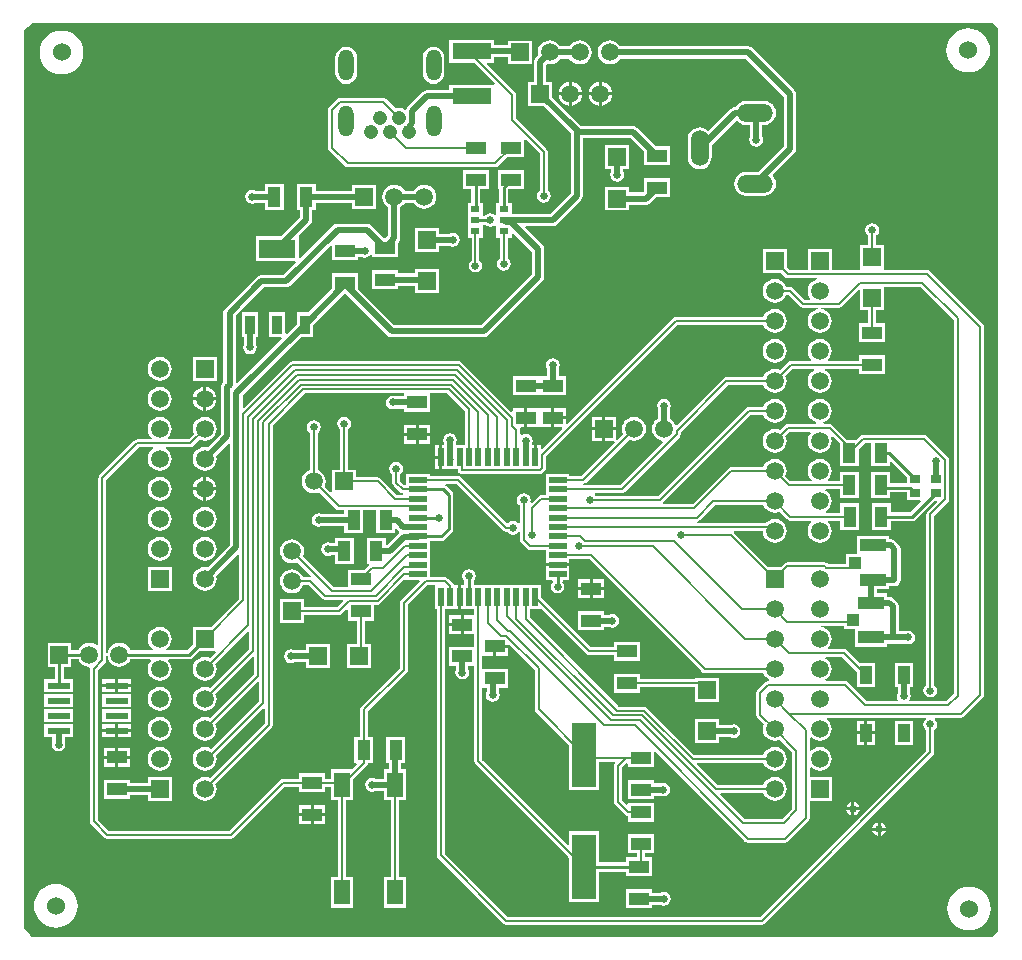
<source format=gtl>
G04 Layer_Physical_Order=1*
G04 Layer_Color=255*
%FSLAX25Y25*%
%MOIN*%
G70*
G01*
G75*
%ADD10R,0.08661X0.04134*%
%ADD11R,0.04134X0.03937*%
%ADD12R,0.06693X0.04331*%
%ADD13R,0.04331X0.06693*%
%ADD14R,0.12992X0.05512*%
%ADD15R,0.05905X0.05905*%
%ADD16R,0.01968X0.05905*%
%ADD17R,0.05905X0.01968*%
%ADD18R,0.07874X0.21654*%
%ADD19R,0.05433X0.08268*%
%ADD20R,0.03937X0.05905*%
%ADD21R,0.07800X0.02200*%
%ADD22R,0.03543X0.03150*%
%ADD23R,0.03150X0.02165*%
%ADD24R,0.12200X0.06300*%
%ADD25R,0.03300X0.06300*%
%ADD26R,0.05905X0.05905*%
%ADD27C,0.02000*%
%ADD28C,0.00600*%
%ADD29C,0.01000*%
%ADD30C,0.05905*%
%ADD31C,0.06000*%
%ADD32C,0.04756*%
%ADD33O,0.05150X0.10299*%
%ADD34O,0.05937X0.11874*%
%ADD35O,0.11874X0.05937*%
%ADD36C,0.02500*%
G36*
X325100Y303500D02*
Y2700D01*
X323000Y600D01*
X3000D01*
X2400Y1400D01*
X500Y3500D01*
Y303000D01*
X3500Y305400D01*
X323200D01*
X325100Y303500D01*
D02*
G37*
%LPC*%
G36*
X30800Y83900D02*
X26400D01*
Y82300D01*
X30800D01*
Y83900D01*
D02*
G37*
G36*
X36200Y81500D02*
X26400D01*
Y77300D01*
X36200D01*
Y81500D01*
D02*
G37*
G36*
Y83900D02*
X31800D01*
Y82300D01*
X36200D01*
Y83900D01*
D02*
G37*
G36*
Y86500D02*
X31800D01*
Y84900D01*
X36200D01*
Y86500D01*
D02*
G37*
G36*
X30800D02*
X26400D01*
Y84900D01*
X30800D01*
Y86500D01*
D02*
G37*
G36*
X16800Y76500D02*
X7000D01*
Y72300D01*
X16800D01*
Y76500D01*
D02*
G37*
G36*
X36200Y71500D02*
X31800D01*
Y69900D01*
X36200D01*
Y71500D01*
D02*
G37*
G36*
Y76500D02*
X26400D01*
Y72300D01*
X36200D01*
Y76500D01*
D02*
G37*
G36*
X16800Y81500D02*
X7000D01*
Y77300D01*
X16800D01*
Y81500D01*
D02*
G37*
G36*
X45600Y83987D02*
X44568Y83851D01*
X43607Y83453D01*
X42781Y82819D01*
X42147Y81993D01*
X41749Y81032D01*
X41613Y80000D01*
X41749Y78968D01*
X42147Y78007D01*
X42781Y77181D01*
X43607Y76547D01*
X44568Y76149D01*
X45600Y76013D01*
X46632Y76149D01*
X47593Y76547D01*
X48419Y77181D01*
X49053Y78007D01*
X49451Y78968D01*
X49587Y80000D01*
X49451Y81032D01*
X49053Y81993D01*
X48419Y82819D01*
X47593Y83453D01*
X46632Y83851D01*
X45600Y83987D01*
D02*
G37*
G36*
X102263Y98153D02*
X94357D01*
Y96239D01*
X90398D01*
X90278Y96319D01*
X89400Y96494D01*
X88522Y96319D01*
X87778Y95822D01*
X87281Y95078D01*
X87106Y94200D01*
X87281Y93322D01*
X87778Y92578D01*
X88522Y92081D01*
X89400Y91906D01*
X90278Y92081D01*
X90398Y92161D01*
X94357D01*
Y90247D01*
X102263D01*
Y98153D01*
D02*
G37*
G36*
X45600Y153987D02*
X44568Y153851D01*
X43607Y153453D01*
X42781Y152819D01*
X42147Y151993D01*
X41749Y151032D01*
X41613Y150000D01*
X41749Y148968D01*
X42147Y148007D01*
X42781Y147181D01*
X43607Y146547D01*
X44568Y146149D01*
X45600Y146013D01*
X46632Y146149D01*
X47593Y146547D01*
X48419Y147181D01*
X49053Y148007D01*
X49451Y148968D01*
X49587Y150000D01*
X49451Y151032D01*
X49053Y151993D01*
X48419Y152819D01*
X47593Y153453D01*
X46632Y153851D01*
X45600Y153987D01*
D02*
G37*
G36*
X60600Y143987D02*
X59568Y143851D01*
X58607Y143453D01*
X57781Y142819D01*
X57147Y141993D01*
X56749Y141032D01*
X56613Y140000D01*
X56749Y138968D01*
X57147Y138007D01*
X57781Y137181D01*
X58607Y136547D01*
X59568Y136149D01*
X60600Y136013D01*
X61632Y136149D01*
X62593Y136547D01*
X63419Y137181D01*
X64053Y138007D01*
X64451Y138968D01*
X64587Y140000D01*
X64451Y141032D01*
X64053Y141993D01*
X63419Y142819D01*
X62593Y143453D01*
X61632Y143851D01*
X60600Y143987D01*
D02*
G37*
G36*
X60100Y149500D02*
X56679D01*
X56749Y148968D01*
X57147Y148007D01*
X57781Y147181D01*
X58607Y146547D01*
X59568Y146149D01*
X60100Y146079D01*
Y149500D01*
D02*
G37*
G36*
Y153921D02*
X59568Y153851D01*
X58607Y153453D01*
X57781Y152819D01*
X57147Y151993D01*
X56749Y151032D01*
X56679Y150500D01*
X60100D01*
Y153921D01*
D02*
G37*
G36*
X64521Y149500D02*
X61100D01*
Y146079D01*
X61632Y146149D01*
X62593Y146547D01*
X63419Y147181D01*
X64053Y148007D01*
X64451Y148968D01*
X64521Y149500D01*
D02*
G37*
G36*
X45600Y133987D02*
X44568Y133851D01*
X43607Y133453D01*
X42781Y132819D01*
X42147Y131993D01*
X41749Y131032D01*
X41613Y130000D01*
X41749Y128968D01*
X42147Y128007D01*
X42781Y127181D01*
X43607Y126547D01*
X44568Y126149D01*
X45600Y126013D01*
X46632Y126149D01*
X47593Y126547D01*
X48419Y127181D01*
X49053Y128007D01*
X49451Y128968D01*
X49587Y130000D01*
X49451Y131032D01*
X49053Y131993D01*
X48419Y132819D01*
X47593Y133453D01*
X46632Y133851D01*
X45600Y133987D01*
D02*
G37*
G36*
X49553Y123953D02*
X41647D01*
Y116047D01*
X49553D01*
Y123953D01*
D02*
G37*
G36*
X60600Y133987D02*
X59568Y133851D01*
X58607Y133453D01*
X57781Y132819D01*
X57147Y131993D01*
X56749Y131032D01*
X56613Y130000D01*
X56749Y128968D01*
X57147Y128007D01*
X57781Y127181D01*
X58607Y126547D01*
X59568Y126149D01*
X60600Y126013D01*
X61632Y126149D01*
X62593Y126547D01*
X63419Y127181D01*
X64053Y128007D01*
X64451Y128968D01*
X64587Y130000D01*
X64451Y131032D01*
X64053Y131993D01*
X63419Y132819D01*
X62593Y133453D01*
X61632Y133851D01*
X60600Y133987D01*
D02*
G37*
G36*
X45600Y143987D02*
X44568Y143851D01*
X43607Y143453D01*
X42781Y142819D01*
X42147Y141993D01*
X41749Y141032D01*
X41613Y140000D01*
X41749Y138968D01*
X42147Y138007D01*
X42781Y137181D01*
X43607Y136547D01*
X44568Y136149D01*
X45600Y136013D01*
X46632Y136149D01*
X47593Y136547D01*
X48419Y137181D01*
X49053Y138007D01*
X49451Y138968D01*
X49587Y140000D01*
X49451Y141032D01*
X49053Y141993D01*
X48419Y142819D01*
X47593Y143453D01*
X46632Y143851D01*
X45600Y143987D01*
D02*
G37*
G36*
X110350Y133747D02*
X104020D01*
Y131939D01*
X102798D01*
X102678Y132019D01*
X101800Y132194D01*
X100922Y132019D01*
X100178Y131522D01*
X99681Y130778D01*
X99506Y129900D01*
X99681Y129022D01*
X100178Y128278D01*
X100922Y127780D01*
X101800Y127606D01*
X102678Y127780D01*
X102798Y127861D01*
X104020D01*
Y125054D01*
X110350D01*
Y133747D01*
D02*
G37*
G36*
X30800Y71500D02*
X26400D01*
Y69900D01*
X30800D01*
Y71500D01*
D02*
G37*
G36*
X95900Y40885D02*
X92054D01*
Y38220D01*
X95900D01*
Y40885D01*
D02*
G37*
G36*
X285900Y38795D02*
Y37100D01*
X287595D01*
X287520Y37478D01*
X287022Y38222D01*
X286278Y38719D01*
X285900Y38795D01*
D02*
G37*
G36*
X100747Y40885D02*
X96900D01*
Y38220D01*
X100747D01*
Y40885D01*
D02*
G37*
G36*
Y44550D02*
X96900D01*
Y41885D01*
X100747D01*
Y44550D01*
D02*
G37*
G36*
X95900D02*
X92054D01*
Y41885D01*
X95900D01*
Y44550D01*
D02*
G37*
G36*
X11000Y18285D02*
X9579Y18145D01*
X8212Y17730D01*
X6953Y17057D01*
X5849Y16151D01*
X4943Y15047D01*
X4270Y13788D01*
X3855Y12421D01*
X3715Y11000D01*
X3855Y9579D01*
X4270Y8212D01*
X4943Y6953D01*
X5849Y5849D01*
X6953Y4943D01*
X8212Y4270D01*
X9579Y3855D01*
X11000Y3715D01*
X12421Y3855D01*
X13788Y4270D01*
X15047Y4943D01*
X16151Y5849D01*
X17057Y6953D01*
X17730Y8212D01*
X18145Y9579D01*
X18285Y11000D01*
X18145Y12421D01*
X17730Y13788D01*
X17057Y15047D01*
X16151Y16151D01*
X15047Y17057D01*
X13788Y17730D01*
X12421Y18145D01*
X11000Y18285D01*
D02*
G37*
G36*
X315400Y17385D02*
X313979Y17245D01*
X312612Y16830D01*
X311353Y16157D01*
X310249Y15251D01*
X309343Y14147D01*
X308669Y12888D01*
X308255Y11521D01*
X308115Y10100D01*
X308255Y8679D01*
X308669Y7312D01*
X309343Y6053D01*
X310249Y4949D01*
X311353Y4043D01*
X312612Y3370D01*
X313979Y2955D01*
X315400Y2815D01*
X316821Y2955D01*
X318188Y3370D01*
X319447Y4043D01*
X320551Y4949D01*
X321457Y6053D01*
X322130Y7312D01*
X322545Y8679D01*
X322685Y10100D01*
X322545Y11521D01*
X322130Y12888D01*
X321457Y14147D01*
X320551Y15251D01*
X319447Y16157D01*
X318188Y16830D01*
X316821Y17245D01*
X315400Y17385D01*
D02*
G37*
G36*
X284900Y36100D02*
X283205D01*
X283280Y35722D01*
X283778Y34978D01*
X284522Y34481D01*
X284900Y34405D01*
Y36100D01*
D02*
G37*
G36*
Y38795D02*
X284522Y38719D01*
X283778Y38222D01*
X283280Y37478D01*
X283205Y37100D01*
X284900D01*
Y38795D01*
D02*
G37*
G36*
X287595Y36100D02*
X285900D01*
Y34405D01*
X286278Y34481D01*
X287022Y34978D01*
X287520Y35722D01*
X287595Y36100D01*
D02*
G37*
G36*
X49553Y53953D02*
X41647D01*
Y52039D01*
X35646D01*
Y53050D01*
X26954D01*
Y46720D01*
X35646D01*
Y47961D01*
X41647D01*
Y46047D01*
X49553D01*
Y53953D01*
D02*
G37*
G36*
X16800Y71500D02*
X7000D01*
Y67300D01*
X9861D01*
Y65798D01*
X9781Y65678D01*
X9606Y64800D01*
X9781Y63922D01*
X10278Y63178D01*
X11022Y62681D01*
X11900Y62506D01*
X12778Y62681D01*
X13522Y63178D01*
X14019Y63922D01*
X14194Y64800D01*
X14019Y65678D01*
X13939Y65798D01*
Y67300D01*
X16800D01*
Y71500D01*
D02*
G37*
G36*
X35646Y63680D02*
X31800D01*
Y61015D01*
X35646D01*
Y63680D01*
D02*
G37*
G36*
X45600Y73987D02*
X44568Y73851D01*
X43607Y73453D01*
X42781Y72819D01*
X42147Y71993D01*
X41749Y71032D01*
X41613Y70000D01*
X41749Y68968D01*
X42147Y68007D01*
X42781Y67181D01*
X43607Y66547D01*
X44568Y66149D01*
X45600Y66013D01*
X46632Y66149D01*
X47593Y66547D01*
X48419Y67181D01*
X49053Y68007D01*
X49451Y68968D01*
X49587Y70000D01*
X49451Y71032D01*
X49053Y71993D01*
X48419Y72819D01*
X47593Y73453D01*
X46632Y73851D01*
X45600Y73987D01*
D02*
G37*
G36*
X36200Y68900D02*
X31800D01*
Y67300D01*
X36200D01*
Y68900D01*
D02*
G37*
G36*
X30800D02*
X26400D01*
Y67300D01*
X30800D01*
Y68900D01*
D02*
G37*
G36*
X45600Y63987D02*
X44568Y63851D01*
X43607Y63453D01*
X42781Y62819D01*
X42147Y61993D01*
X41749Y61032D01*
X41613Y60000D01*
X41749Y58968D01*
X42147Y58007D01*
X42781Y57181D01*
X43607Y56547D01*
X44568Y56149D01*
X45600Y56013D01*
X46632Y56149D01*
X47593Y56547D01*
X48419Y57181D01*
X49053Y58007D01*
X49451Y58968D01*
X49587Y60000D01*
X49451Y61032D01*
X49053Y61993D01*
X48419Y62819D01*
X47593Y63453D01*
X46632Y63851D01*
X45600Y63987D01*
D02*
G37*
G36*
X127480Y67347D02*
X121150D01*
Y58653D01*
X121980D01*
Y56547D01*
X120302D01*
Y53453D01*
X117411D01*
X117291Y53533D01*
X116413Y53707D01*
X115535Y53533D01*
X114791Y53036D01*
X114294Y52291D01*
X114119Y51413D01*
X114294Y50536D01*
X114791Y49791D01*
X115535Y49294D01*
X116413Y49119D01*
X117291Y49294D01*
X117411Y49374D01*
X120302D01*
Y46279D01*
X122694D01*
Y20720D01*
X120302D01*
Y10453D01*
X127735D01*
Y20720D01*
X125345D01*
Y46279D01*
X127735D01*
Y56547D01*
X126058D01*
Y58653D01*
X127480D01*
Y67347D01*
D02*
G37*
G36*
X30800Y60015D02*
X26954D01*
Y57350D01*
X30800D01*
Y60015D01*
D02*
G37*
G36*
Y63680D02*
X26954D01*
Y61015D01*
X30800D01*
Y63680D01*
D02*
G37*
G36*
X35646Y60015D02*
X31800D01*
Y57350D01*
X35646D01*
Y60015D01*
D02*
G37*
G36*
X64553Y193953D02*
X56647D01*
Y186047D01*
X64553D01*
Y193953D01*
D02*
G37*
G36*
X45600Y193987D02*
X44568Y193851D01*
X43607Y193453D01*
X42781Y192819D01*
X42147Y191993D01*
X41749Y191032D01*
X41613Y190000D01*
X41749Y188968D01*
X42147Y188007D01*
X42781Y187181D01*
X43607Y186547D01*
X44568Y186149D01*
X45600Y186013D01*
X46632Y186149D01*
X47593Y186547D01*
X48419Y187181D01*
X49053Y188007D01*
X49451Y188968D01*
X49587Y190000D01*
X49451Y191032D01*
X49053Y191993D01*
X48419Y192819D01*
X47593Y193453D01*
X46632Y193851D01*
X45600Y193987D01*
D02*
G37*
G36*
X176600Y193594D02*
X175722Y193420D01*
X174978Y192922D01*
X174480Y192178D01*
X174306Y191300D01*
X174480Y190422D01*
X174561Y190302D01*
Y187480D01*
X172254D01*
Y187480D01*
X171946D01*
Y187480D01*
X163253D01*
Y181150D01*
X171946D01*
Y181150D01*
X172254D01*
Y181150D01*
X180947D01*
Y187480D01*
X178639D01*
Y190302D01*
X178719Y190422D01*
X178894Y191300D01*
X178719Y192178D01*
X178222Y192922D01*
X177478Y193420D01*
X176600Y193594D01*
D02*
G37*
G36*
X78350Y208950D02*
X73050D01*
Y200650D01*
X73661D01*
Y198198D01*
X73581Y198078D01*
X73406Y197200D01*
X73581Y196322D01*
X74078Y195578D01*
X74822Y195080D01*
X75700Y194906D01*
X76578Y195080D01*
X77322Y195578D01*
X77819Y196322D01*
X77994Y197200D01*
X77819Y198078D01*
X77739Y198198D01*
Y200650D01*
X78350D01*
Y208950D01*
D02*
G37*
G36*
X250600Y199987D02*
X249568Y199851D01*
X248607Y199453D01*
X247781Y198819D01*
X247147Y197993D01*
X246749Y197032D01*
X246613Y196000D01*
X246749Y194968D01*
X247147Y194007D01*
X247781Y193181D01*
X248607Y192547D01*
X249568Y192149D01*
X250600Y192013D01*
X251632Y192149D01*
X252593Y192547D01*
X253419Y193181D01*
X254053Y194007D01*
X254451Y194968D01*
X254587Y196000D01*
X254451Y197032D01*
X254053Y197993D01*
X253419Y198819D01*
X252593Y199453D01*
X251632Y199851D01*
X250600Y199987D01*
D02*
G37*
G36*
X61100Y183921D02*
Y180500D01*
X64521D01*
X64451Y181032D01*
X64053Y181993D01*
X63419Y182819D01*
X62593Y183453D01*
X61632Y183851D01*
X61100Y183921D01*
D02*
G37*
G36*
X60100Y179500D02*
X56679D01*
X56749Y178968D01*
X57147Y178007D01*
X57781Y177181D01*
X58607Y176547D01*
X59568Y176149D01*
X60100Y176079D01*
Y179500D01*
D02*
G37*
G36*
X45600Y183987D02*
X44568Y183851D01*
X43607Y183453D01*
X42781Y182819D01*
X42147Y181993D01*
X41749Y181032D01*
X41613Y180000D01*
X41749Y178968D01*
X42147Y178007D01*
X42781Y177181D01*
X43607Y176547D01*
X44568Y176149D01*
X45600Y176013D01*
X46632Y176149D01*
X47593Y176547D01*
X48419Y177181D01*
X49053Y178007D01*
X49451Y178968D01*
X49587Y180000D01*
X49451Y181032D01*
X49053Y181993D01*
X48419Y182819D01*
X47593Y183453D01*
X46632Y183851D01*
X45600Y183987D01*
D02*
G37*
G36*
X183000Y285621D02*
Y282200D01*
X186421D01*
X186351Y282732D01*
X185953Y283693D01*
X185319Y284519D01*
X184493Y285153D01*
X183532Y285551D01*
X183000Y285621D01*
D02*
G37*
G36*
X60100Y183921D02*
X59568Y183851D01*
X58607Y183453D01*
X57781Y182819D01*
X57147Y181993D01*
X56749Y181032D01*
X56679Y180500D01*
X60100D01*
Y183921D01*
D02*
G37*
G36*
X64521Y179500D02*
X61100D01*
Y176079D01*
X61632Y176149D01*
X62593Y176547D01*
X63419Y177181D01*
X64053Y178007D01*
X64451Y178968D01*
X64521Y179500D01*
D02*
G37*
G36*
X138753Y223263D02*
X130847D01*
Y221824D01*
X124946D01*
Y222950D01*
X116253D01*
Y216620D01*
X124946D01*
Y217746D01*
X130847D01*
Y215357D01*
X138753D01*
Y223263D01*
D02*
G37*
G36*
X247069Y279334D02*
X241131D01*
X240095Y279198D01*
X239130Y278798D01*
X238301Y278162D01*
X237694Y277371D01*
X237407D01*
X236627Y277216D01*
X235965Y276774D01*
X228506Y269314D01*
X228426Y269319D01*
X227597Y269955D01*
X226632Y270355D01*
X225596Y270492D01*
X224560Y270355D01*
X223595Y269955D01*
X222766Y269319D01*
X222130Y268490D01*
X221730Y267525D01*
X221593Y266489D01*
Y260552D01*
X221730Y259516D01*
X222130Y258551D01*
X222766Y257721D01*
X223595Y257085D01*
X224560Y256685D01*
X225596Y256549D01*
X226632Y256685D01*
X227597Y257085D01*
X228426Y257721D01*
X229063Y258551D01*
X229462Y259516D01*
X229599Y260552D01*
Y264639D01*
X237668Y272709D01*
X238167Y272676D01*
X238301Y272501D01*
X239130Y271865D01*
X240095Y271465D01*
X241131Y271329D01*
X242461D01*
Y267398D01*
X242380Y267278D01*
X242206Y266400D01*
X242380Y265522D01*
X242878Y264778D01*
X243622Y264281D01*
X244500Y264106D01*
X245378Y264281D01*
X246122Y264778D01*
X246620Y265522D01*
X246794Y266400D01*
X246620Y267278D01*
X246539Y267398D01*
Y271329D01*
X247069D01*
X248105Y271465D01*
X249070Y271865D01*
X249899Y272501D01*
X250535Y273330D01*
X250935Y274296D01*
X251071Y275332D01*
X250935Y276368D01*
X250535Y277333D01*
X249899Y278162D01*
X249070Y278798D01*
X248105Y279198D01*
X247069Y279334D01*
D02*
G37*
G36*
X202053Y264532D02*
X194147D01*
Y256627D01*
X196061D01*
Y255698D01*
X195981Y255578D01*
X195806Y254700D01*
X195981Y253822D01*
X196478Y253078D01*
X197222Y252580D01*
X198100Y252406D01*
X198978Y252580D01*
X199722Y253078D01*
X200219Y253822D01*
X200394Y254700D01*
X200219Y255578D01*
X200139Y255698D01*
Y256627D01*
X202053D01*
Y264532D01*
D02*
G37*
G36*
X182000Y281200D02*
X178579D01*
X178649Y280668D01*
X179047Y279707D01*
X179681Y278881D01*
X180507Y278247D01*
X181468Y277849D01*
X182000Y277779D01*
Y281200D01*
D02*
G37*
G36*
X192000D02*
X188579D01*
X188649Y280668D01*
X189047Y279707D01*
X189681Y278881D01*
X190507Y278247D01*
X191468Y277849D01*
X192000Y277779D01*
Y281200D01*
D02*
G37*
G36*
X186421D02*
X183000D01*
Y277779D01*
X183532Y277849D01*
X184493Y278247D01*
X185319Y278881D01*
X185953Y279707D01*
X186351Y280668D01*
X186421Y281200D01*
D02*
G37*
G36*
X86950Y251747D02*
X80620D01*
Y249439D01*
X77498D01*
X77378Y249519D01*
X76500Y249694D01*
X75622Y249519D01*
X74878Y249022D01*
X74381Y248278D01*
X74206Y247400D01*
X74381Y246522D01*
X74878Y245778D01*
X75622Y245281D01*
X76500Y245106D01*
X77378Y245281D01*
X77498Y245361D01*
X80620D01*
Y243054D01*
X86950D01*
Y251747D01*
D02*
G37*
G36*
X138753Y237042D02*
X130847D01*
Y229137D01*
X138753D01*
Y231051D01*
X142292D01*
X142412Y230970D01*
X143290Y230796D01*
X144168Y230970D01*
X144912Y231468D01*
X145409Y232212D01*
X145584Y233090D01*
X145409Y233968D01*
X144912Y234712D01*
X144168Y235209D01*
X143290Y235384D01*
X142412Y235209D01*
X142292Y235129D01*
X138753D01*
Y237042D01*
D02*
G37*
G36*
X182000Y285621D02*
X181468Y285551D01*
X180507Y285153D01*
X179681Y284519D01*
X179047Y283693D01*
X178649Y282732D01*
X178579Y282200D01*
X182000D01*
Y285621D01*
D02*
G37*
G36*
X196421Y281200D02*
X193000D01*
Y277779D01*
X193532Y277849D01*
X194493Y278247D01*
X195319Y278881D01*
X195953Y279707D01*
X196351Y280668D01*
X196421Y281200D01*
D02*
G37*
G36*
X215746Y253550D02*
X207053D01*
Y248922D01*
X206970Y248839D01*
X202053D01*
Y250753D01*
X194147D01*
Y242847D01*
X202053D01*
Y244761D01*
X207815D01*
X208595Y244916D01*
X209257Y245358D01*
X211119Y247220D01*
X215746D01*
Y253550D01*
D02*
G37*
G36*
X195600Y299487D02*
X194568Y299351D01*
X193607Y298953D01*
X192781Y298319D01*
X192147Y297493D01*
X191749Y296532D01*
X191613Y295500D01*
X191749Y294468D01*
X192147Y293507D01*
X192781Y292681D01*
X193607Y292047D01*
X194568Y291649D01*
X195600Y291513D01*
X196632Y291649D01*
X197593Y292047D01*
X198419Y292681D01*
X199018Y293461D01*
X240955D01*
X253661Y280755D01*
Y264154D01*
X245219Y255712D01*
X241131D01*
X240095Y255576D01*
X239130Y255176D01*
X238301Y254540D01*
X237665Y253711D01*
X237265Y252745D01*
X237129Y251709D01*
X237265Y250673D01*
X237665Y249708D01*
X238301Y248879D01*
X239130Y248243D01*
X240095Y247843D01*
X241131Y247707D01*
X247069D01*
X248105Y247843D01*
X249070Y248243D01*
X249899Y248879D01*
X250535Y249708D01*
X250935Y250673D01*
X251071Y251709D01*
X250935Y252745D01*
X250535Y253711D01*
X249899Y254540D01*
X249894Y254619D01*
X257142Y261867D01*
X257584Y262529D01*
X257739Y263309D01*
Y281600D01*
X257584Y282380D01*
X257142Y283042D01*
X243242Y296942D01*
X242580Y297384D01*
X241800Y297539D01*
X199018D01*
X198419Y298319D01*
X197593Y298953D01*
X196632Y299351D01*
X195600Y299487D01*
D02*
G37*
G36*
X265600Y179987D02*
X264568Y179851D01*
X263607Y179453D01*
X262781Y178819D01*
X262147Y177993D01*
X261749Y177032D01*
X261613Y176000D01*
X261749Y174968D01*
X262147Y174007D01*
X262781Y173181D01*
X263607Y172547D01*
X264384Y172225D01*
X264284Y171725D01*
X255000D01*
X254493Y171625D01*
X254063Y171337D01*
X252300Y169574D01*
X251632Y169851D01*
X250600Y169987D01*
X249568Y169851D01*
X248607Y169453D01*
X247781Y168819D01*
X247147Y167993D01*
X246749Y167032D01*
X246613Y166000D01*
X246749Y164968D01*
X247147Y164007D01*
X247781Y163181D01*
X248607Y162547D01*
X249568Y162149D01*
X250600Y162013D01*
X251632Y162149D01*
X252593Y162547D01*
X253419Y163181D01*
X254053Y164007D01*
X254451Y164968D01*
X254587Y166000D01*
X254451Y167032D01*
X254174Y167700D01*
X255549Y169074D01*
X262347D01*
X262593Y168575D01*
X262147Y167993D01*
X261749Y167032D01*
X261613Y166000D01*
X261749Y164968D01*
X262147Y164007D01*
X262781Y163181D01*
X263607Y162547D01*
X264568Y162149D01*
X265600Y162013D01*
X266632Y162149D01*
X267593Y162547D01*
X268419Y163181D01*
X269053Y164007D01*
X269451Y164968D01*
X269587Y166000D01*
X269451Y167032D01*
X269285Y167434D01*
X269708Y167717D01*
X272220Y165206D01*
Y157754D01*
X278550D01*
Y163391D01*
X280580Y165421D01*
X282850D01*
Y157754D01*
X289180D01*
Y158822D01*
X289642Y159014D01*
X294585Y154071D01*
Y151917D01*
X289180D01*
Y155647D01*
X282850D01*
Y146953D01*
X289180D01*
Y148858D01*
X294585D01*
Y146163D01*
X299052D01*
X299244Y145701D01*
X295872Y142329D01*
X289380D01*
Y145147D01*
X283050D01*
Y136453D01*
X289380D01*
Y139271D01*
X296506D01*
X297091Y139387D01*
X297587Y139719D01*
X304031Y146163D01*
X304526D01*
X304717Y145701D01*
X301563Y142547D01*
X301275Y142117D01*
X301174Y141609D01*
Y84620D01*
X300878Y84422D01*
X300380Y83678D01*
X300206Y82800D01*
X300380Y81922D01*
X300878Y81178D01*
X301622Y80681D01*
X302500Y80506D01*
X303378Y80681D01*
X304122Y81178D01*
X304620Y81922D01*
X304794Y82800D01*
X304620Y83678D01*
X304122Y84422D01*
X303825Y84620D01*
Y141060D01*
X308452Y145687D01*
X308740Y146117D01*
X308840Y146625D01*
Y159691D01*
X308740Y160198D01*
X308452Y160628D01*
X301397Y167684D01*
X300967Y167971D01*
X300460Y168072D01*
X280031D01*
X279524Y167971D01*
X279094Y167684D01*
X277857Y166446D01*
X274728D01*
X269837Y171337D01*
X269407Y171625D01*
X268900Y171725D01*
X266916D01*
X266816Y172225D01*
X267593Y172547D01*
X268419Y173181D01*
X269053Y174007D01*
X269451Y174968D01*
X269587Y176000D01*
X269451Y177032D01*
X269053Y177993D01*
X268419Y178819D01*
X267593Y179453D01*
X266632Y179851D01*
X265600Y179987D01*
D02*
G37*
G36*
X135747Y171365D02*
X131900D01*
Y168700D01*
X135747D01*
Y171365D01*
D02*
G37*
G36*
X130900D02*
X127053D01*
Y168700D01*
X130900D01*
Y171365D01*
D02*
G37*
G36*
X193200Y173953D02*
X189747D01*
Y170500D01*
X193200D01*
Y173953D01*
D02*
G37*
G36*
X157196Y299636D02*
X142204D01*
Y292125D01*
X150401D01*
X157232Y285294D01*
X157234Y285138D01*
X156786Y284676D01*
X156718Y284676D01*
X142204D01*
Y282959D01*
X134720D01*
X133939Y282804D01*
X133278Y282362D01*
X128419Y277503D01*
X127977Y276841D01*
X127928Y276597D01*
X127460Y276421D01*
X127186Y276631D01*
X126365Y276971D01*
X125483Y277087D01*
X124601Y276971D01*
X124223Y276815D01*
X121001Y280037D01*
X120570Y280325D01*
X120063Y280426D01*
X105800D01*
X105293Y280325D01*
X104863Y280037D01*
X102063Y277237D01*
X101775Y276807D01*
X101674Y276300D01*
Y263800D01*
X101775Y263293D01*
X102063Y262863D01*
X107363Y257563D01*
X107793Y257275D01*
X108300Y257174D01*
X157385D01*
X157892Y257275D01*
X158322Y257563D01*
X161309Y260550D01*
X166946D01*
Y266472D01*
X167446Y266679D01*
X172274Y261851D01*
Y249520D01*
X171978Y249322D01*
X171481Y248578D01*
X171306Y247700D01*
X171481Y246822D01*
X171978Y246078D01*
X172722Y245581D01*
X173600Y245406D01*
X174478Y245581D01*
X175222Y246078D01*
X175719Y246822D01*
X175894Y247700D01*
X175719Y248578D01*
X175222Y249322D01*
X174925Y249520D01*
Y262400D01*
X174825Y262907D01*
X174537Y263337D01*
X164325Y273549D01*
Y281400D01*
X164225Y281907D01*
X163937Y282337D01*
X154612Y291663D01*
X154803Y292125D01*
X157196D01*
Y293841D01*
X161647D01*
Y291547D01*
X169553D01*
Y299453D01*
X161647D01*
Y297920D01*
X157196D01*
Y299636D01*
D02*
G37*
G36*
X185600Y299487D02*
X184568Y299351D01*
X183607Y298953D01*
X182781Y298319D01*
X182182Y297539D01*
X179018D01*
X178419Y298319D01*
X177593Y298953D01*
X176632Y299351D01*
X175600Y299487D01*
X174568Y299351D01*
X173607Y298953D01*
X172781Y298319D01*
X172147Y297493D01*
X171749Y296532D01*
X171613Y295500D01*
X171741Y294525D01*
X171058Y293842D01*
X170616Y293180D01*
X170461Y292400D01*
Y285653D01*
X168547D01*
Y277747D01*
X173569D01*
X182561Y268755D01*
Y248445D01*
X175755Y241639D01*
X162899D01*
Y245423D01*
X161854D01*
Y249920D01*
X166946D01*
Y256250D01*
X158254D01*
Y249920D01*
X158795D01*
Y245423D01*
X157750D01*
Y241564D01*
X157250Y241337D01*
X156678Y241720D01*
X155800Y241894D01*
X154922Y241720D01*
X154178Y241222D01*
X154116Y241129D01*
X153450D01*
Y245423D01*
X152429D01*
Y249920D01*
X155246D01*
Y256250D01*
X146554D01*
Y249920D01*
X149371D01*
Y245423D01*
X148301D01*
Y241258D01*
Y237517D01*
Y233777D01*
X149550D01*
Y226296D01*
X149253Y226098D01*
X148756Y225354D01*
X148582Y224476D01*
X148756Y223598D01*
X149253Y222853D01*
X149998Y222356D01*
X150876Y222182D01*
X151753Y222356D01*
X152498Y222853D01*
X152995Y223598D01*
X153170Y224476D01*
X152995Y225354D01*
X152498Y226098D01*
X152201Y226296D01*
Y233777D01*
X153450D01*
Y238071D01*
X154116D01*
X154178Y237978D01*
X154922Y237480D01*
X155800Y237306D01*
X156678Y237480D01*
X157250Y237862D01*
X157750Y237636D01*
Y233777D01*
X158999D01*
Y226845D01*
X158702Y226647D01*
X158205Y225902D01*
X158030Y225024D01*
X158205Y224147D01*
X158702Y223402D01*
X159447Y222905D01*
X160324Y222730D01*
X161202Y222905D01*
X161947Y223402D01*
X162444Y224147D01*
X162619Y225024D01*
X162444Y225902D01*
X161947Y226647D01*
X161650Y226845D01*
Y233777D01*
X162899D01*
Y235234D01*
X163361Y235425D01*
X169761Y229026D01*
Y221545D01*
X152855Y204639D01*
X123745D01*
X111646Y216737D01*
Y221950D01*
X102954D01*
Y216737D01*
X95166Y208950D01*
X91250D01*
Y205034D01*
X87912Y201696D01*
X87450Y201887D01*
Y208950D01*
X82150D01*
Y200650D01*
X86213D01*
X86404Y200188D01*
X71439Y185223D01*
X70939Y185430D01*
Y207755D01*
X80345Y217161D01*
X87700D01*
X88480Y217316D01*
X89142Y217758D01*
X102492Y231108D01*
X102954Y230916D01*
Y226250D01*
X111646D01*
Y227376D01*
X112917D01*
X113037Y227296D01*
X113915Y227121D01*
X114793Y227296D01*
X115537Y227793D01*
X115753Y228117D01*
X116253Y227965D01*
Y227250D01*
X124946D01*
Y231878D01*
X125242Y232173D01*
X125684Y232835D01*
X125839Y233615D01*
Y243982D01*
X126619Y244581D01*
X127218Y245361D01*
X130382D01*
X130981Y244581D01*
X131807Y243947D01*
X132768Y243549D01*
X133800Y243413D01*
X134832Y243549D01*
X135793Y243947D01*
X136619Y244581D01*
X137253Y245407D01*
X137651Y246368D01*
X137787Y247400D01*
X137651Y248432D01*
X137253Y249393D01*
X136619Y250219D01*
X135793Y250853D01*
X134832Y251251D01*
X133800Y251387D01*
X132768Y251251D01*
X131807Y250853D01*
X130981Y250219D01*
X130382Y249439D01*
X127218D01*
X126619Y250219D01*
X125793Y250853D01*
X124832Y251251D01*
X123800Y251387D01*
X122768Y251251D01*
X121807Y250853D01*
X120981Y250219D01*
X120347Y249393D01*
X119949Y248432D01*
X119813Y247400D01*
X119949Y246368D01*
X120347Y245407D01*
X120981Y244581D01*
X121761Y243982D01*
Y234460D01*
X120881Y233580D01*
X120318D01*
X116057Y237842D01*
X115395Y238284D01*
X114615Y238439D01*
X104900D01*
X104120Y238284D01*
X103458Y237842D01*
X92362Y226746D01*
X91900Y226937D01*
Y234150D01*
X91900Y234150D01*
X91900D01*
X92195Y234511D01*
X95857Y238173D01*
X96299Y238835D01*
X96454Y239615D01*
Y243054D01*
X97580D01*
Y245361D01*
X109847D01*
Y243447D01*
X117753D01*
Y251353D01*
X109847D01*
Y249439D01*
X97580D01*
Y251747D01*
X91250D01*
Y243054D01*
X92376D01*
Y240460D01*
X86066Y234150D01*
X77700D01*
Y225850D01*
X90813D01*
X91004Y225388D01*
X86855Y221239D01*
X79500D01*
X78720Y221084D01*
X78058Y220642D01*
X67760Y210343D01*
X67458Y210142D01*
X67016Y209480D01*
X66861Y208700D01*
Y185587D01*
X66758Y185485D01*
X66316Y184823D01*
X66161Y184043D01*
Y168445D01*
X61575Y163858D01*
X60600Y163987D01*
X59568Y163851D01*
X58607Y163453D01*
X57781Y162819D01*
X57147Y161993D01*
X56749Y161032D01*
X56613Y160000D01*
X56749Y158968D01*
X57147Y158007D01*
X57781Y157181D01*
X58607Y156547D01*
X59568Y156149D01*
X60600Y156013D01*
X61632Y156149D01*
X62593Y156547D01*
X63419Y157181D01*
X64053Y158007D01*
X64451Y158968D01*
X64587Y160000D01*
X64459Y160975D01*
X68699Y165215D01*
X69161Y165024D01*
Y131445D01*
X61575Y123858D01*
X60600Y123987D01*
X59568Y123851D01*
X58607Y123453D01*
X57781Y122819D01*
X57147Y121993D01*
X56749Y121032D01*
X56613Y120000D01*
X56749Y118968D01*
X57147Y118007D01*
X57781Y117181D01*
X58607Y116547D01*
X59568Y116149D01*
X60600Y116013D01*
X61632Y116149D01*
X62593Y116547D01*
X63419Y117181D01*
X64053Y118007D01*
X64451Y118968D01*
X64587Y120000D01*
X64459Y120975D01*
X71713Y128229D01*
X72175Y128037D01*
Y113449D01*
X62678Y103953D01*
X56647D01*
Y98210D01*
X54667Y96229D01*
X48000D01*
X47831Y96729D01*
X48419Y97181D01*
X49053Y98007D01*
X49451Y98968D01*
X49587Y100000D01*
X49451Y101032D01*
X49053Y101993D01*
X48419Y102819D01*
X47593Y103453D01*
X46632Y103851D01*
X45600Y103987D01*
X44568Y103851D01*
X43607Y103453D01*
X42781Y102819D01*
X42147Y101993D01*
X41749Y101032D01*
X41613Y100000D01*
X41749Y98968D01*
X42147Y98007D01*
X42781Y97181D01*
X43369Y96729D01*
X43200Y96229D01*
X35845D01*
X35653Y96693D01*
X35019Y97519D01*
X34193Y98153D01*
X33232Y98551D01*
X32200Y98687D01*
X31168Y98551D01*
X30207Y98153D01*
X29381Y97519D01*
X28747Y96693D01*
X28349Y95732D01*
X28278Y95194D01*
X27778Y95227D01*
Y153004D01*
X38649Y163874D01*
X43375D01*
X43410Y163812D01*
X43505Y163374D01*
X42781Y162819D01*
X42147Y161993D01*
X41749Y161032D01*
X41613Y160000D01*
X41749Y158968D01*
X42147Y158007D01*
X42781Y157181D01*
X43607Y156547D01*
X44568Y156149D01*
X45600Y156013D01*
X46632Y156149D01*
X47593Y156547D01*
X48419Y157181D01*
X49053Y158007D01*
X49451Y158968D01*
X49587Y160000D01*
X49451Y161032D01*
X49053Y161993D01*
X48419Y162819D01*
X47695Y163374D01*
X47790Y163812D01*
X47825Y163874D01*
X55800D01*
X56307Y163975D01*
X56737Y164263D01*
X58900Y166426D01*
X59568Y166149D01*
X60600Y166013D01*
X61632Y166149D01*
X62593Y166547D01*
X63419Y167181D01*
X64053Y168007D01*
X64451Y168968D01*
X64587Y170000D01*
X64451Y171032D01*
X64053Y171993D01*
X63419Y172819D01*
X62593Y173453D01*
X61632Y173851D01*
X60600Y173987D01*
X59568Y173851D01*
X58607Y173453D01*
X57781Y172819D01*
X57147Y171993D01*
X56749Y171032D01*
X56613Y170000D01*
X56749Y168968D01*
X57026Y168300D01*
X55251Y166525D01*
X48386D01*
X48217Y167025D01*
X48419Y167181D01*
X49053Y168007D01*
X49451Y168968D01*
X49587Y170000D01*
X49451Y171032D01*
X49053Y171993D01*
X48419Y172819D01*
X47593Y173453D01*
X46632Y173851D01*
X45600Y173987D01*
X44568Y173851D01*
X43607Y173453D01*
X42781Y172819D01*
X42147Y171993D01*
X41749Y171032D01*
X41613Y170000D01*
X41749Y168968D01*
X42147Y168007D01*
X42781Y167181D01*
X42983Y167025D01*
X42814Y166525D01*
X38100D01*
X37593Y166425D01*
X37163Y166137D01*
X25515Y154490D01*
X25228Y154060D01*
X25127Y153553D01*
Y98066D01*
X24627Y97820D01*
X24193Y98153D01*
X23232Y98551D01*
X22200Y98687D01*
X21168Y98551D01*
X20207Y98153D01*
X19381Y97519D01*
X18747Y96693D01*
X18555Y96229D01*
X16153D01*
Y98653D01*
X8247D01*
Y90747D01*
X10671D01*
Y86500D01*
X7000D01*
Y82300D01*
X16800D01*
Y86500D01*
X13729D01*
Y90747D01*
X16153D01*
Y93171D01*
X18555D01*
X18747Y92707D01*
X19381Y91881D01*
X20207Y91247D01*
X21168Y90849D01*
X21924Y90749D01*
X22287Y90294D01*
X22302Y90222D01*
X22275Y90086D01*
Y39200D01*
X22375Y38693D01*
X22663Y38263D01*
X27063Y33863D01*
X27493Y33575D01*
X28000Y33474D01*
X69500D01*
X70007Y33575D01*
X70437Y33863D01*
X87264Y50690D01*
X92054D01*
Y48850D01*
X100747D01*
Y50690D01*
X102665D01*
Y46279D01*
X105056D01*
Y20720D01*
X102665D01*
Y10453D01*
X110098D01*
Y20720D01*
X107707D01*
Y46279D01*
X110098D01*
Y53255D01*
X114622Y57780D01*
X114910Y58210D01*
X114998Y58653D01*
X116850D01*
Y67347D01*
X115010D01*
Y75936D01*
X127937Y88863D01*
X128225Y89293D01*
X128325Y89800D01*
Y111351D01*
X134849Y117875D01*
X137268D01*
Y110119D01*
X137926D01*
Y27848D01*
X138027Y27341D01*
X138315Y26911D01*
X160063Y5163D01*
X160493Y4875D01*
X161000Y4775D01*
X246400D01*
X246907Y4875D01*
X247337Y5163D01*
X303437Y61263D01*
X303725Y61693D01*
X303825Y62200D01*
Y69680D01*
X304122Y69878D01*
X304620Y70622D01*
X304794Y71500D01*
X304620Y72378D01*
X304122Y73122D01*
X303894Y73274D01*
X304046Y73774D01*
X312800D01*
X313307Y73875D01*
X313737Y74163D01*
X320037Y80463D01*
X320325Y80893D01*
X320426Y81400D01*
Y203900D01*
X320325Y204407D01*
X320037Y204837D01*
X302237Y222637D01*
X301807Y222925D01*
X301300Y223025D01*
X287424D01*
X287053Y223337D01*
X287053Y223526D01*
Y231242D01*
X284425D01*
Y234480D01*
X284722Y234678D01*
X285220Y235422D01*
X285394Y236300D01*
X285220Y237178D01*
X284722Y237922D01*
X283978Y238420D01*
X283100Y238594D01*
X282222Y238420D01*
X281478Y237922D01*
X280980Y237178D01*
X280806Y236300D01*
X280980Y235422D01*
X281478Y234678D01*
X281774Y234480D01*
Y231242D01*
X279147D01*
Y223526D01*
X279147Y223337D01*
X278776Y223025D01*
X269553D01*
Y229953D01*
X261647D01*
Y223025D01*
X255449D01*
X254553Y223922D01*
Y229953D01*
X246647D01*
Y222047D01*
X252678D01*
X253963Y220763D01*
X254393Y220475D01*
X254900Y220374D01*
X264714D01*
X264747Y219875D01*
X264568Y219851D01*
X263607Y219453D01*
X262781Y218819D01*
X262147Y217993D01*
X261749Y217032D01*
X261613Y216000D01*
X261749Y214968D01*
X262147Y214007D01*
X262480Y213573D01*
X262234Y213073D01*
X260602D01*
X256737Y216937D01*
X256307Y217225D01*
X255800Y217325D01*
X254329D01*
X254053Y217993D01*
X253419Y218819D01*
X252593Y219453D01*
X251632Y219851D01*
X250600Y219987D01*
X249568Y219851D01*
X248607Y219453D01*
X247781Y218819D01*
X247147Y217993D01*
X246749Y217032D01*
X246613Y216000D01*
X246749Y214968D01*
X247147Y214007D01*
X247781Y213181D01*
X248607Y212547D01*
X249568Y212149D01*
X250600Y212013D01*
X251632Y212149D01*
X252593Y212547D01*
X253419Y213181D01*
X254053Y214007D01*
X254329Y214674D01*
X255251D01*
X259116Y210810D01*
X259545Y210523D01*
X260053Y210422D01*
X265073D01*
X265106Y209922D01*
X264568Y209851D01*
X263607Y209453D01*
X262781Y208819D01*
X262147Y207993D01*
X261749Y207032D01*
X261613Y206000D01*
X261749Y204968D01*
X262147Y204007D01*
X262781Y203181D01*
X263607Y202547D01*
X264568Y202149D01*
X265600Y202013D01*
X266632Y202149D01*
X267593Y202547D01*
X268419Y203181D01*
X269053Y204007D01*
X269451Y204968D01*
X269587Y206000D01*
X269451Y207032D01*
X269053Y207993D01*
X268419Y208819D01*
X267593Y209453D01*
X266632Y209851D01*
X266094Y209922D01*
X266127Y210422D01*
X272047D01*
X272554Y210523D01*
X272985Y210810D01*
X278685Y216511D01*
X279147Y216319D01*
Y209558D01*
X281774D01*
Y205180D01*
X278753D01*
Y198850D01*
X287446D01*
Y205180D01*
X284425D01*
Y209558D01*
X287053D01*
Y217463D01*
X287548Y217475D01*
X299251D01*
X310275Y206451D01*
Y81649D01*
X307851Y79225D01*
X295787D01*
X295520Y79725D01*
X295719Y80023D01*
X295893Y80901D01*
X295719Y81779D01*
X295638Y81899D01*
Y84093D01*
X296568D01*
Y91998D01*
X290631D01*
Y84093D01*
X291560D01*
Y81899D01*
X291480Y81779D01*
X291305Y80901D01*
X291480Y80023D01*
X291679Y79725D01*
X291411Y79225D01*
X281349D01*
X274937Y85637D01*
X274507Y85925D01*
X274000Y86026D01*
X267640D01*
X267541Y86525D01*
X267593Y86547D01*
X268419Y87181D01*
X269053Y88007D01*
X269451Y88968D01*
X269587Y90000D01*
X269451Y91032D01*
X269053Y91993D01*
X268419Y92819D01*
X267593Y93453D01*
X267541Y93475D01*
X267640Y93975D01*
X273197D01*
X278032Y89140D01*
Y84093D01*
X283969D01*
Y91998D01*
X278923D01*
X274684Y96237D01*
X274254Y96525D01*
X273746Y96626D01*
X268473D01*
X268312Y97099D01*
X268419Y97181D01*
X269053Y98007D01*
X269451Y98968D01*
X269587Y100000D01*
X269451Y101032D01*
X269053Y101993D01*
X268419Y102819D01*
X267593Y103453D01*
X266632Y103851D01*
X266094Y103922D01*
X266127Y104422D01*
X273729D01*
Y103331D01*
X277469D01*
Y97426D01*
X288131D01*
Y98454D01*
X294195D01*
X294315Y98374D01*
X295193Y98199D01*
X296071Y98374D01*
X296815Y98871D01*
X297312Y99615D01*
X297487Y100493D01*
X297312Y101371D01*
X296815Y102115D01*
X296071Y102612D01*
X295193Y102787D01*
X294315Y102612D01*
X294195Y102532D01*
X291957D01*
Y110869D01*
X291802Y111649D01*
X291360Y112311D01*
X291360Y112311D01*
X290189Y113482D01*
X289527Y113924D01*
X288747Y114079D01*
X288131D01*
Y115174D01*
X284839D01*
Y116533D01*
X288731D01*
Y117628D01*
X290518D01*
X291299Y117783D01*
X291960Y118225D01*
X292402Y118886D01*
X292557Y119667D01*
Y129976D01*
X292402Y130756D01*
X291960Y131418D01*
X291960Y131418D01*
X290789Y132589D01*
X290127Y133031D01*
X289347Y133186D01*
X288731D01*
Y134281D01*
X278069D01*
Y128375D01*
X274329D01*
Y125126D01*
X268363D01*
X268299Y125190D01*
X267869Y125477D01*
X267361Y125578D01*
X254853D01*
X254345Y125477D01*
X253916Y125190D01*
X252678Y123953D01*
X248522D01*
X237000Y135475D01*
X237207Y135975D01*
X246617D01*
X246749Y134968D01*
X247147Y134007D01*
X247781Y133181D01*
X248607Y132547D01*
X249568Y132149D01*
X250600Y132013D01*
X251632Y132149D01*
X252593Y132547D01*
X253419Y133181D01*
X254053Y134007D01*
X254451Y134968D01*
X254587Y136000D01*
X254451Y137032D01*
X254053Y137993D01*
X253419Y138819D01*
X252593Y139453D01*
X251632Y139851D01*
X250600Y139987D01*
X249568Y139851D01*
X248607Y139453D01*
X247781Y138819D01*
X247632Y138626D01*
X224653D01*
X224650Y139124D01*
X225157Y139225D01*
X225587Y139512D01*
X230749Y144675D01*
X246871D01*
X247147Y144007D01*
X247781Y143181D01*
X248607Y142547D01*
X249568Y142149D01*
X250600Y142013D01*
X251632Y142149D01*
X252300Y142426D01*
X254863Y139863D01*
X255293Y139575D01*
X255800Y139474D01*
X262814D01*
X262983Y138974D01*
X262781Y138819D01*
X262147Y137993D01*
X261749Y137032D01*
X261613Y136000D01*
X261749Y134968D01*
X262147Y134007D01*
X262781Y133181D01*
X263607Y132547D01*
X264568Y132149D01*
X265600Y132013D01*
X266632Y132149D01*
X267593Y132547D01*
X268419Y133181D01*
X269053Y134007D01*
X269451Y134968D01*
X269587Y136000D01*
X269451Y137032D01*
X269053Y137993D01*
X268419Y138819D01*
X268217Y138974D01*
X268386Y139474D01*
X272420D01*
Y136453D01*
X278750D01*
Y145147D01*
X272420D01*
Y142125D01*
X267825D01*
X267790Y142189D01*
X267695Y142625D01*
X268419Y143181D01*
X269053Y144007D01*
X269451Y144968D01*
X269587Y146000D01*
X269451Y147032D01*
X269053Y147993D01*
X268419Y148819D01*
X267593Y149453D01*
X267541Y149475D01*
X267640Y149975D01*
X272220D01*
Y146953D01*
X278550D01*
Y155647D01*
X272220D01*
Y152626D01*
X268473D01*
X268312Y153099D01*
X268419Y153181D01*
X269053Y154007D01*
X269451Y154968D01*
X269587Y156000D01*
X269451Y157032D01*
X269053Y157993D01*
X268419Y158819D01*
X267593Y159453D01*
X266632Y159851D01*
X265600Y159987D01*
X264568Y159851D01*
X263607Y159453D01*
X262781Y158819D01*
X262147Y157993D01*
X261749Y157032D01*
X261613Y156000D01*
X261749Y154968D01*
X262147Y154007D01*
X262781Y153181D01*
X262888Y153099D01*
X262727Y152626D01*
X255849D01*
X254174Y154300D01*
X254451Y154968D01*
X254587Y156000D01*
X254451Y157032D01*
X254053Y157993D01*
X253419Y158819D01*
X252593Y159453D01*
X251632Y159851D01*
X250600Y159987D01*
X249568Y159851D01*
X248607Y159453D01*
X247781Y158819D01*
X247147Y157993D01*
X246871Y157325D01*
X236200D01*
X235693Y157225D01*
X235263Y156937D01*
X223250Y144925D01*
X213482D01*
X213346Y145167D01*
X213299Y145425D01*
X242549Y174674D01*
X246871D01*
X247147Y174007D01*
X247781Y173181D01*
X248607Y172547D01*
X249568Y172149D01*
X250600Y172013D01*
X251632Y172149D01*
X252593Y172547D01*
X253419Y173181D01*
X254053Y174007D01*
X254451Y174968D01*
X254587Y176000D01*
X254451Y177032D01*
X254053Y177993D01*
X253419Y178819D01*
X252593Y179453D01*
X251632Y179851D01*
X250600Y179987D01*
X249568Y179851D01*
X248607Y179453D01*
X247781Y178819D01*
X247147Y177993D01*
X246871Y177325D01*
X242000D01*
X241493Y177225D01*
X241063Y176937D01*
X211749Y147624D01*
X191019D01*
X190821Y147921D01*
X190593Y148073D01*
X190744Y148573D01*
X199613D01*
X200120Y148674D01*
X200550Y148961D01*
X218890Y167301D01*
X219177Y167731D01*
X219278Y168238D01*
Y168904D01*
X235049Y184675D01*
X246871D01*
X247147Y184007D01*
X247781Y183181D01*
X248607Y182547D01*
X249568Y182149D01*
X250600Y182013D01*
X251632Y182149D01*
X252593Y182547D01*
X253419Y183181D01*
X254053Y184007D01*
X254451Y184968D01*
X254587Y186000D01*
X254451Y187032D01*
X254174Y187700D01*
X256534Y190059D01*
X263765D01*
X263864Y189559D01*
X263607Y189453D01*
X262781Y188819D01*
X262147Y187993D01*
X261749Y187032D01*
X261613Y186000D01*
X261749Y184968D01*
X262147Y184007D01*
X262781Y183181D01*
X263607Y182547D01*
X264568Y182149D01*
X265600Y182013D01*
X266632Y182149D01*
X267593Y182547D01*
X268419Y183181D01*
X269053Y184007D01*
X269451Y184968D01*
X269587Y186000D01*
X269451Y187032D01*
X269053Y187993D01*
X268419Y188819D01*
X267593Y189453D01*
X267336Y189559D01*
X267435Y190059D01*
X278753D01*
Y188220D01*
X287446D01*
Y194550D01*
X278753D01*
Y192710D01*
X268579D01*
X268476Y193014D01*
X268442Y193210D01*
X269053Y194007D01*
X269451Y194968D01*
X269587Y196000D01*
X269451Y197032D01*
X269053Y197993D01*
X268419Y198819D01*
X267593Y199453D01*
X266632Y199851D01*
X265600Y199987D01*
X264568Y199851D01*
X263607Y199453D01*
X262781Y198819D01*
X262147Y197993D01*
X261749Y197032D01*
X261613Y196000D01*
X261749Y194968D01*
X262147Y194007D01*
X262758Y193210D01*
X262724Y193014D01*
X262621Y192710D01*
X255985D01*
X255478Y192610D01*
X255048Y192322D01*
X252300Y189574D01*
X251632Y189851D01*
X250600Y189987D01*
X249568Y189851D01*
X248607Y189453D01*
X247781Y188819D01*
X247147Y187993D01*
X246871Y187326D01*
X234500D01*
X233993Y187225D01*
X233563Y186937D01*
X217965Y171339D01*
X217375Y171457D01*
X217153Y171993D01*
X216519Y172819D01*
X215739Y173418D01*
Y176702D01*
X215820Y176822D01*
X215994Y177700D01*
X215820Y178578D01*
X215322Y179322D01*
X214578Y179820D01*
X213700Y179994D01*
X212822Y179820D01*
X212078Y179322D01*
X211580Y178578D01*
X211406Y177700D01*
X211580Y176822D01*
X211661Y176702D01*
Y173418D01*
X210881Y172819D01*
X210247Y171993D01*
X209849Y171032D01*
X209713Y170000D01*
X209849Y168968D01*
X210247Y168007D01*
X210881Y167181D01*
X211707Y166547D01*
X212668Y166149D01*
X213210Y166078D01*
X213389Y165550D01*
X199064Y151224D01*
X186751D01*
X186748Y151723D01*
X187255Y151823D01*
X187685Y152111D01*
X202000Y166426D01*
X202668Y166149D01*
X203700Y166013D01*
X204732Y166149D01*
X205693Y166547D01*
X206519Y167181D01*
X207153Y168007D01*
X207551Y168968D01*
X207687Y170000D01*
X207551Y171032D01*
X207153Y171993D01*
X206519Y172819D01*
X205693Y173453D01*
X204732Y173851D01*
X203700Y173987D01*
X202668Y173851D01*
X201707Y173453D01*
X200881Y172819D01*
X200247Y171993D01*
X199849Y171032D01*
X199713Y170000D01*
X199849Y168968D01*
X200126Y168300D01*
X198153Y166327D01*
X197653Y166534D01*
Y169500D01*
X194200D01*
Y166047D01*
X197166D01*
X197373Y165547D01*
X186199Y154374D01*
X182181D01*
Y155032D01*
X174276D01*
Y151064D01*
Y148074D01*
X172849D01*
X172342Y147973D01*
X171912Y147686D01*
X169627Y145402D01*
X169166Y145648D01*
X169296Y146298D01*
X169121Y147176D01*
X168624Y147921D01*
X167879Y148418D01*
X167002Y148592D01*
X166124Y148418D01*
X165379Y147921D01*
X164882Y147176D01*
X164708Y146298D01*
X164882Y145421D01*
X165379Y144676D01*
X165676Y144478D01*
Y138643D01*
X165176Y138492D01*
X165022Y138722D01*
X164278Y139219D01*
X163400Y139394D01*
X162522Y139219D01*
X161778Y138722D01*
X161207Y138768D01*
X145989Y153985D01*
X145559Y154273D01*
X145052Y154374D01*
X135724D01*
Y155032D01*
X127819D01*
Y151224D01*
X127151D01*
X125826Y152549D01*
Y154880D01*
X126122Y155078D01*
X126620Y155822D01*
X126794Y156700D01*
X126620Y157578D01*
X126122Y158322D01*
X125378Y158819D01*
X124500Y158994D01*
X123622Y158819D01*
X122878Y158322D01*
X122380Y157578D01*
X122206Y156700D01*
X122380Y155822D01*
X122878Y155078D01*
X123175Y154880D01*
Y152000D01*
X123275Y151493D01*
X123563Y151063D01*
X125664Y148961D01*
X126094Y148674D01*
X126602Y148573D01*
X126598Y148074D01*
X124600D01*
X119237Y153437D01*
X118807Y153725D01*
X118300Y153825D01*
X110953D01*
Y156453D01*
X108425D01*
Y169980D01*
X108722Y170178D01*
X109220Y170922D01*
X109394Y171800D01*
X109220Y172678D01*
X108722Y173422D01*
X107978Y173919D01*
X107100Y174094D01*
X106222Y173919D01*
X105478Y173422D01*
X104981Y172678D01*
X104806Y171800D01*
X104981Y170922D01*
X105478Y170178D01*
X105774Y169980D01*
Y156453D01*
X103047D01*
Y149034D01*
X102547Y148827D01*
X100574Y150800D01*
X100851Y151468D01*
X100987Y152500D01*
X100851Y153532D01*
X100453Y154493D01*
X99819Y155319D01*
X98993Y155953D01*
X98326Y156229D01*
Y168780D01*
X98622Y168978D01*
X99119Y169722D01*
X99294Y170600D01*
X99119Y171478D01*
X98622Y172222D01*
X97878Y172720D01*
X97000Y172894D01*
X96122Y172720D01*
X95378Y172222D01*
X94881Y171478D01*
X94706Y170600D01*
X94881Y169722D01*
X95378Y168978D01*
X95675Y168780D01*
Y156229D01*
X95007Y155953D01*
X94181Y155319D01*
X93547Y154493D01*
X93149Y153532D01*
X93013Y152500D01*
X93149Y151468D01*
X93547Y150507D01*
X94181Y149681D01*
X95007Y149047D01*
X95968Y148649D01*
X97000Y148513D01*
X98032Y148649D01*
X98700Y148926D01*
X104316Y143309D01*
X104746Y143022D01*
X105254Y142921D01*
X107120D01*
Y141639D01*
X99598D01*
X99478Y141719D01*
X98600Y141894D01*
X97722Y141719D01*
X96978Y141222D01*
X96481Y140478D01*
X96306Y139600D01*
X96481Y138722D01*
X96978Y137978D01*
X97722Y137480D01*
X98600Y137306D01*
X99478Y137480D01*
X99598Y137561D01*
X107120D01*
Y135254D01*
X113450D01*
Y142921D01*
X117750D01*
Y135254D01*
X124080D01*
Y136667D01*
X124542Y136858D01*
X125377Y136023D01*
X125548Y135909D01*
X125502Y135338D01*
X121603Y131439D01*
X120980D01*
Y133747D01*
X114650D01*
Y125054D01*
X115321D01*
X115472Y124554D01*
X115448Y124537D01*
X113991Y123080D01*
X108353D01*
Y117325D01*
X103449D01*
X93274Y127500D01*
X93551Y128168D01*
X93687Y129200D01*
X93551Y130232D01*
X93153Y131193D01*
X92519Y132019D01*
X91693Y132653D01*
X90732Y133051D01*
X89700Y133187D01*
X88668Y133051D01*
X87707Y132653D01*
X86881Y132019D01*
X86247Y131193D01*
X85849Y130232D01*
X85713Y129200D01*
X85849Y128168D01*
X86247Y127207D01*
X86881Y126381D01*
X87707Y125747D01*
X88668Y125349D01*
X89700Y125213D01*
X90732Y125349D01*
X91400Y125626D01*
X96038Y120988D01*
X95808Y120541D01*
X95793Y120526D01*
X93429D01*
X93153Y121193D01*
X92519Y122019D01*
X91693Y122653D01*
X90732Y123051D01*
X89700Y123187D01*
X88668Y123051D01*
X87707Y122653D01*
X86881Y122019D01*
X86247Y121193D01*
X85849Y120232D01*
X85713Y119200D01*
X85849Y118168D01*
X86247Y117207D01*
X86881Y116381D01*
X87707Y115747D01*
X88668Y115349D01*
X89700Y115213D01*
X90732Y115349D01*
X91693Y115747D01*
X92519Y116381D01*
X93153Y117207D01*
X93429Y117875D01*
X95251D01*
X99663Y113463D01*
X100093Y113175D01*
X100600Y113075D01*
X100600Y113075D01*
X106611D01*
X106803Y112613D01*
X104716Y110526D01*
X93653D01*
Y113153D01*
X85747D01*
Y105247D01*
X93653D01*
Y107875D01*
X105265D01*
X105772Y107975D01*
X106202Y108263D01*
X107892Y109952D01*
X108353Y109761D01*
Y106120D01*
X111374D01*
Y98153D01*
X108137D01*
Y90247D01*
X116043D01*
Y98153D01*
X114025D01*
Y106120D01*
X117046D01*
Y111425D01*
X118250D01*
X118758Y111526D01*
X119188Y111813D01*
X127319Y119944D01*
X127819Y119737D01*
Y119568D01*
X132140D01*
X132331Y119106D01*
X126063Y112837D01*
X125775Y112407D01*
X125674Y111900D01*
Y90349D01*
X112748Y77422D01*
X112460Y76992D01*
X112359Y76485D01*
Y67347D01*
X110520D01*
Y58653D01*
X111094D01*
X111285Y58192D01*
X109641Y56547D01*
X102665D01*
Y53341D01*
X100747D01*
Y55180D01*
X92054D01*
Y53341D01*
X86715D01*
X86208Y53240D01*
X85778Y52952D01*
X68951Y36125D01*
X28549D01*
X24926Y39749D01*
Y89537D01*
X27390Y92001D01*
X27677Y92431D01*
X27778Y92939D01*
Y94173D01*
X28278Y94206D01*
X28349Y93668D01*
X28747Y92707D01*
X29381Y91881D01*
X30207Y91247D01*
X31168Y90849D01*
X32200Y90713D01*
X33232Y90849D01*
X34193Y91247D01*
X35019Y91881D01*
X35653Y92707D01*
X35845Y93171D01*
X42466D01*
X42667Y92671D01*
X42147Y91993D01*
X41749Y91032D01*
X41613Y90000D01*
X41749Y88968D01*
X42147Y88007D01*
X42781Y87181D01*
X43607Y86547D01*
X44568Y86149D01*
X45600Y86013D01*
X46632Y86149D01*
X47593Y86547D01*
X48419Y87181D01*
X49053Y88007D01*
X49451Y88968D01*
X49587Y90000D01*
X49451Y91032D01*
X49053Y91993D01*
X48533Y92671D01*
X48734Y93171D01*
X55300D01*
X55885Y93287D01*
X56381Y93619D01*
X58810Y96047D01*
X64066D01*
X64273Y95547D01*
X62300Y93574D01*
X61632Y93851D01*
X60600Y93987D01*
X59568Y93851D01*
X58607Y93453D01*
X57781Y92819D01*
X57147Y91993D01*
X56749Y91032D01*
X56613Y90000D01*
X56749Y88968D01*
X57147Y88007D01*
X57781Y87181D01*
X58607Y86547D01*
X59568Y86149D01*
X60600Y86013D01*
X61632Y86149D01*
X62593Y86547D01*
X63419Y87181D01*
X64053Y88007D01*
X64451Y88968D01*
X64587Y90000D01*
X64451Y91032D01*
X64174Y91700D01*
X74913Y102438D01*
X75375Y102247D01*
Y96649D01*
X62300Y83574D01*
X61632Y83851D01*
X60600Y83987D01*
X59568Y83851D01*
X58607Y83453D01*
X57781Y82819D01*
X57147Y81993D01*
X56749Y81032D01*
X56613Y80000D01*
X56749Y78968D01*
X57147Y78007D01*
X57781Y77181D01*
X58607Y76547D01*
X59568Y76149D01*
X60600Y76013D01*
X61632Y76149D01*
X62593Y76547D01*
X63419Y77181D01*
X64053Y78007D01*
X64451Y78968D01*
X64587Y80000D01*
X64451Y81032D01*
X64174Y81700D01*
X76613Y94138D01*
X77074Y93947D01*
Y88349D01*
X62300Y73574D01*
X61632Y73851D01*
X60600Y73987D01*
X59568Y73851D01*
X58607Y73453D01*
X57781Y72819D01*
X57147Y71993D01*
X56749Y71032D01*
X56613Y70000D01*
X56749Y68968D01*
X57147Y68007D01*
X57781Y67181D01*
X58607Y66547D01*
X59568Y66149D01*
X60600Y66013D01*
X61632Y66149D01*
X62593Y66547D01*
X63419Y67181D01*
X64053Y68007D01*
X64451Y68968D01*
X64587Y70000D01*
X64451Y71032D01*
X64174Y71700D01*
X78313Y85838D01*
X78774Y85647D01*
Y79249D01*
X62811Y63286D01*
X62593Y63453D01*
X61632Y63851D01*
X60600Y63987D01*
X59568Y63851D01*
X58607Y63453D01*
X57781Y62819D01*
X57147Y61993D01*
X56749Y61032D01*
X56613Y60000D01*
X56749Y58968D01*
X57147Y58007D01*
X57781Y57181D01*
X58607Y56547D01*
X59568Y56149D01*
X60600Y56013D01*
X61632Y56149D01*
X62593Y56547D01*
X63419Y57181D01*
X64053Y58007D01*
X64451Y58968D01*
X64587Y60000D01*
X64451Y61032D01*
X64409Y61134D01*
X80113Y76838D01*
X80575Y76647D01*
Y71849D01*
X62300Y53574D01*
X61632Y53851D01*
X60600Y53987D01*
X59568Y53851D01*
X58607Y53453D01*
X57781Y52819D01*
X57147Y51993D01*
X56749Y51032D01*
X56613Y50000D01*
X56749Y48968D01*
X57147Y48007D01*
X57781Y47181D01*
X58607Y46547D01*
X59568Y46149D01*
X60600Y46013D01*
X61632Y46149D01*
X62593Y46547D01*
X63419Y47181D01*
X64053Y48007D01*
X64451Y48968D01*
X64587Y50000D01*
X64451Y51032D01*
X64174Y51700D01*
X82837Y70363D01*
X83125Y70793D01*
X83226Y71300D01*
Y171200D01*
X93900Y181875D01*
X127053D01*
Y180869D01*
X124228D01*
X124108Y180949D01*
X123230Y181124D01*
X122352Y180949D01*
X121608Y180452D01*
X121110Y179708D01*
X120936Y178830D01*
X121110Y177952D01*
X121608Y177208D01*
X122352Y176710D01*
X123230Y176536D01*
X124108Y176710D01*
X124228Y176791D01*
X127053D01*
Y175665D01*
X135747D01*
Y181875D01*
X141463D01*
X147375Y175962D01*
Y164481D01*
X144441D01*
Y165200D01*
X144521Y165321D01*
X144696Y166198D01*
X144521Y167076D01*
X144024Y167821D01*
X143280Y168318D01*
X142402Y168492D01*
X141524Y168318D01*
X140779Y167821D01*
X140282Y167076D01*
X140108Y166198D01*
X140282Y165321D01*
X140362Y165200D01*
Y164481D01*
X139752D01*
Y160528D01*
Y156576D01*
X145091D01*
Y156276D01*
X145192Y155768D01*
X145479Y155338D01*
X145909Y155051D01*
X146417Y154950D01*
X172271D01*
X172271Y154950D01*
X172271Y154950D01*
X172539Y155003D01*
X172778Y155051D01*
X172778Y155051D01*
X172778Y155051D01*
X172994Y155195D01*
X173208Y155338D01*
X173208Y155338D01*
X173208Y155339D01*
X173970Y156100D01*
X174107Y156305D01*
X174257Y156530D01*
X174257Y156530D01*
X174257Y156530D01*
X174309Y156792D01*
X174358Y157037D01*
Y160883D01*
X218149Y204675D01*
X246871D01*
X247147Y204007D01*
X247781Y203181D01*
X248607Y202547D01*
X249568Y202149D01*
X250600Y202013D01*
X251632Y202149D01*
X252593Y202547D01*
X253419Y203181D01*
X254053Y204007D01*
X254451Y204968D01*
X254587Y206000D01*
X254451Y207032D01*
X254053Y207993D01*
X253419Y208819D01*
X252593Y209453D01*
X251632Y209851D01*
X250600Y209987D01*
X249568Y209851D01*
X248607Y209453D01*
X247781Y208819D01*
X247147Y207993D01*
X246871Y207326D01*
X217600D01*
X217093Y207225D01*
X216663Y206937D01*
X181408Y171683D01*
X180947Y171874D01*
Y173185D01*
X177100D01*
Y170520D01*
X179592D01*
X179783Y170058D01*
X173194Y163469D01*
X172732Y163660D01*
Y164481D01*
X171248D01*
Y160528D01*
X170248D01*
Y164481D01*
X169638D01*
Y165100D01*
X169718Y165220D01*
X169893Y166098D01*
X169718Y166976D01*
X169221Y167721D01*
X168476Y168218D01*
X167598Y168393D01*
X166720Y168218D01*
X166274Y167920D01*
X165774Y168187D01*
Y169486D01*
X165673Y169993D01*
X165656Y170020D01*
X165923Y170520D01*
X167100D01*
Y173685D01*
Y176850D01*
X163253D01*
Y175974D01*
X162792Y175783D01*
X146437Y192137D01*
X146007Y192425D01*
X145500Y192525D01*
X89800D01*
X89293Y192425D01*
X88863Y192137D01*
X73701Y176976D01*
X73239Y177167D01*
Y181255D01*
X92634Y200650D01*
X96550D01*
Y204566D01*
X107300Y215316D01*
X121458Y201158D01*
X122120Y200716D01*
X122900Y200561D01*
X153700D01*
X154480Y200716D01*
X155142Y201158D01*
X173242Y219258D01*
X173242Y219258D01*
X173684Y219920D01*
X173839Y220700D01*
X173839Y220700D01*
Y229870D01*
X173684Y230650D01*
X173242Y231312D01*
X167455Y237099D01*
X167646Y237561D01*
X176600D01*
X177380Y237716D01*
X178042Y238158D01*
X186042Y246158D01*
X186484Y246820D01*
X186639Y247600D01*
Y266961D01*
X202570D01*
X207053Y262478D01*
Y257850D01*
X215746D01*
Y264180D01*
X211119D01*
X204857Y270442D01*
X204195Y270884D01*
X203415Y271039D01*
X186045D01*
X176453Y280631D01*
Y285653D01*
X174539D01*
Y291158D01*
X175025Y291589D01*
X175600Y291513D01*
X176632Y291649D01*
X177593Y292047D01*
X178419Y292681D01*
X179018Y293461D01*
X182182D01*
X182781Y292681D01*
X183607Y292047D01*
X184568Y291649D01*
X185600Y291513D01*
X186632Y291649D01*
X187593Y292047D01*
X188419Y292681D01*
X189053Y293507D01*
X189451Y294468D01*
X189587Y295500D01*
X189451Y296532D01*
X189053Y297493D01*
X188419Y298319D01*
X187593Y298953D01*
X186632Y299351D01*
X185600Y299487D01*
D02*
G37*
G36*
X138752Y164481D02*
X137268D01*
Y161028D01*
X138752D01*
Y164481D01*
D02*
G37*
G36*
Y160028D02*
X137268D01*
Y156576D01*
X138752D01*
Y160028D01*
D02*
G37*
G36*
X61100Y153921D02*
Y150500D01*
X64521D01*
X64451Y151032D01*
X64053Y151993D01*
X63419Y152819D01*
X62593Y153453D01*
X61632Y153851D01*
X61100Y153921D01*
D02*
G37*
G36*
X193200Y169500D02*
X189747D01*
Y166047D01*
X193200D01*
Y169500D01*
D02*
G37*
G36*
X135747Y167700D02*
X131900D01*
Y165035D01*
X135747D01*
Y167700D01*
D02*
G37*
G36*
X130900D02*
X127053D01*
Y165035D01*
X130900D01*
Y167700D01*
D02*
G37*
G36*
X315100Y303485D02*
X313679Y303345D01*
X312312Y302930D01*
X311053Y302257D01*
X309949Y301351D01*
X309043Y300247D01*
X308369Y298988D01*
X307955Y297621D01*
X307815Y296200D01*
X307955Y294779D01*
X308369Y293412D01*
X309043Y292153D01*
X309949Y291049D01*
X311053Y290143D01*
X312312Y289470D01*
X313679Y289055D01*
X315100Y288915D01*
X316521Y289055D01*
X317888Y289470D01*
X319147Y290143D01*
X320251Y291049D01*
X321157Y292153D01*
X321831Y293412D01*
X322245Y294779D01*
X322385Y296200D01*
X322245Y297621D01*
X321831Y298988D01*
X321157Y300247D01*
X320251Y301351D01*
X319147Y302257D01*
X317888Y302930D01*
X316521Y303345D01*
X315100Y303485D01*
D02*
G37*
G36*
X197653Y173953D02*
X194200D01*
Y170500D01*
X197653D01*
Y173953D01*
D02*
G37*
G36*
X193000Y285621D02*
Y282200D01*
X196421D01*
X196351Y282732D01*
X195953Y283693D01*
X195319Y284519D01*
X194493Y285153D01*
X193532Y285551D01*
X193000Y285621D01*
D02*
G37*
G36*
X107766Y297380D02*
X106833Y297258D01*
X105963Y296897D01*
X105217Y296324D01*
X104644Y295578D01*
X104283Y294708D01*
X104160Y293775D01*
Y288625D01*
X104283Y287692D01*
X104644Y286822D01*
X105217Y286076D01*
X105963Y285503D01*
X106833Y285142D01*
X107766Y285019D01*
X108699Y285142D01*
X109569Y285503D01*
X110316Y286076D01*
X110889Y286822D01*
X111249Y287692D01*
X111372Y288625D01*
Y293775D01*
X111249Y294708D01*
X110889Y295578D01*
X110316Y296324D01*
X109569Y296897D01*
X108699Y297258D01*
X107766Y297380D01*
D02*
G37*
G36*
X180947Y176850D02*
X177100D01*
Y174185D01*
X180947D01*
Y176850D01*
D02*
G37*
G36*
X171946Y176850D02*
Y176850D01*
X168100D01*
Y173685D01*
Y170520D01*
X171946D01*
Y170520D01*
X172254D01*
Y170520D01*
X176100D01*
Y173685D01*
Y176850D01*
X172254D01*
Y176850D01*
X171946D01*
D02*
G37*
G36*
X192000Y285621D02*
X191468Y285551D01*
X190507Y285153D01*
X189681Y284519D01*
X189047Y283693D01*
X188649Y282732D01*
X188579Y282200D01*
X192000D01*
Y285621D01*
D02*
G37*
G36*
X136900Y297380D02*
X135967Y297258D01*
X135097Y296897D01*
X134350Y296324D01*
X133777Y295578D01*
X133417Y294708D01*
X133294Y293775D01*
Y288625D01*
X133417Y287692D01*
X133777Y286822D01*
X134350Y286076D01*
X135097Y285503D01*
X135967Y285142D01*
X136900Y285019D01*
X137833Y285142D01*
X138703Y285503D01*
X139450Y286076D01*
X140023Y286822D01*
X140383Y287692D01*
X140506Y288625D01*
Y293775D01*
X140383Y294708D01*
X140023Y295578D01*
X139450Y296324D01*
X138703Y296897D01*
X137833Y297258D01*
X136900Y297380D01*
D02*
G37*
G36*
X12900Y302785D02*
X11479Y302645D01*
X10112Y302231D01*
X8853Y301557D01*
X7749Y300651D01*
X6843Y299547D01*
X6169Y298288D01*
X5755Y296921D01*
X5615Y295500D01*
X5755Y294079D01*
X6169Y292712D01*
X6843Y291453D01*
X7749Y290349D01*
X8853Y289443D01*
X10112Y288770D01*
X11479Y288355D01*
X12900Y288215D01*
X14321Y288355D01*
X15688Y288770D01*
X16947Y289443D01*
X18051Y290349D01*
X18957Y291453D01*
X19631Y292712D01*
X20045Y294079D01*
X20185Y295500D01*
X20045Y296921D01*
X19631Y298288D01*
X18957Y299547D01*
X18051Y300651D01*
X16947Y301557D01*
X15688Y302231D01*
X14321Y302645D01*
X12900Y302785D01*
D02*
G37*
%LPD*%
G36*
X160063Y136163D02*
X160493Y135875D01*
X161000Y135775D01*
X161580D01*
X161778Y135478D01*
X162522Y134980D01*
X163400Y134806D01*
X164278Y134980D01*
X165022Y135478D01*
X165176Y135708D01*
X165676Y135557D01*
Y133100D01*
X165777Y132593D01*
X166064Y132163D01*
X168164Y130064D01*
X168594Y129776D01*
X169101Y129675D01*
X174276D01*
Y125867D01*
Y125202D01*
X182181D01*
Y126526D01*
X188900D01*
X226363Y89063D01*
X226793Y88775D01*
X227300Y88674D01*
X246871D01*
X247147Y88007D01*
X247781Y87181D01*
X248607Y86547D01*
X248659Y86525D01*
X248560Y86026D01*
X248500D01*
X247993Y85925D01*
X247563Y85637D01*
X244863Y82937D01*
X244575Y82507D01*
X244475Y82000D01*
Y74800D01*
X244575Y74293D01*
X244863Y73863D01*
X247026Y71700D01*
X246749Y71032D01*
X246613Y70000D01*
X246749Y68968D01*
X247147Y68007D01*
X247781Y67181D01*
X248607Y66547D01*
X249568Y66149D01*
X250600Y66013D01*
X251632Y66149D01*
X252300Y66426D01*
X256474Y62251D01*
Y43449D01*
X253151Y40126D01*
X240512D01*
X232425Y48213D01*
X232616Y48674D01*
X246871D01*
X247147Y48007D01*
X247781Y47181D01*
X248607Y46547D01*
X249568Y46149D01*
X250600Y46013D01*
X251632Y46149D01*
X252593Y46547D01*
X253419Y47181D01*
X254053Y48007D01*
X254451Y48968D01*
X254587Y50000D01*
X254451Y51032D01*
X254053Y51993D01*
X253419Y52819D01*
X252593Y53453D01*
X251632Y53851D01*
X250600Y53987D01*
X249568Y53851D01*
X248607Y53453D01*
X247781Y52819D01*
X247147Y51993D01*
X246871Y51326D01*
X231575D01*
X224687Y58213D01*
X224879Y58675D01*
X246871D01*
X247147Y58007D01*
X247781Y57181D01*
X248607Y56547D01*
X249568Y56149D01*
X250600Y56013D01*
X251632Y56149D01*
X252593Y56547D01*
X253419Y57181D01*
X254053Y58007D01*
X254451Y58968D01*
X254587Y60000D01*
X254451Y61032D01*
X254053Y61993D01*
X253419Y62819D01*
X252593Y63453D01*
X251632Y63851D01*
X250600Y63987D01*
X249568Y63851D01*
X248607Y63453D01*
X247781Y62819D01*
X247147Y61993D01*
X246871Y61326D01*
X223837D01*
X208125Y77037D01*
X207696Y77325D01*
X207188Y77425D01*
X198749D01*
X168924Y107251D01*
Y110119D01*
X172732D01*
X172732Y110119D01*
Y110119D01*
X173104Y109841D01*
X187882Y95063D01*
X188312Y94775D01*
X188820Y94674D01*
X197054D01*
Y92650D01*
X205747D01*
Y98980D01*
X197054D01*
Y97325D01*
X189369D01*
X172732Y113962D01*
Y118024D01*
X150230D01*
Y119315D01*
X150323Y119377D01*
X150820Y120121D01*
X150995Y120999D01*
X150820Y121877D01*
X150323Y122621D01*
X149579Y123119D01*
X148701Y123293D01*
X147823Y123119D01*
X147079Y122621D01*
X146581Y121877D01*
X146407Y120999D01*
X146581Y120121D01*
X147079Y119377D01*
X147171Y119315D01*
Y118024D01*
X146051D01*
Y114072D01*
Y110119D01*
X150525D01*
Y107965D01*
X147000D01*
Y104800D01*
Y101635D01*
X150525D01*
Y97335D01*
X142154D01*
Y91005D01*
X144461D01*
Y89798D01*
X144380Y89678D01*
X144206Y88800D01*
X144380Y87922D01*
X144878Y87178D01*
X145622Y86681D01*
X146500Y86506D01*
X147378Y86681D01*
X148122Y87178D01*
X148619Y87922D01*
X148794Y88800D01*
X148619Y89678D01*
X148539Y89798D01*
Y91005D01*
X150525D01*
Y59249D01*
X150626Y58742D01*
X150913Y58311D01*
X182163Y27062D01*
Y12172D01*
X192037D01*
Y22470D01*
X201153D01*
Y20865D01*
X209846D01*
Y27195D01*
X207326D01*
Y28505D01*
X210347D01*
Y34835D01*
X201654D01*
Y28505D01*
X204675D01*
Y27195D01*
X201153D01*
Y25529D01*
X192037D01*
Y35826D01*
X182163D01*
Y31464D01*
X181701Y31273D01*
X153176Y59798D01*
Y83720D01*
X154561D01*
Y82298D01*
X154481Y82178D01*
X154306Y81300D01*
X154481Y80422D01*
X154978Y79678D01*
X155722Y79181D01*
X156600Y79006D01*
X157478Y79181D01*
X158222Y79678D01*
X158720Y80422D01*
X158894Y81300D01*
X158720Y82178D01*
X158639Y82298D01*
Y83720D01*
X161646D01*
Y90050D01*
X153176D01*
Y94350D01*
X156800D01*
Y97515D01*
X157300D01*
Y98015D01*
X161704D01*
X162108Y98182D01*
X170574Y89716D01*
Y76601D01*
X170675Y76094D01*
X170963Y75664D01*
X182163Y64463D01*
Y49574D01*
X192037D01*
Y59105D01*
X197277D01*
X197468Y58643D01*
X197363Y58537D01*
X197075Y58107D01*
X196975Y57600D01*
Y45800D01*
X197075Y45293D01*
X197363Y44863D01*
X200863Y41363D01*
X201293Y41075D01*
X201654Y41004D01*
Y39135D01*
X210347D01*
Y45465D01*
X201654D01*
Y44974D01*
X201192Y44783D01*
X199626Y46349D01*
Y57051D01*
X201192Y58617D01*
X201654Y58426D01*
Y57265D01*
X210347D01*
Y62326D01*
X210808Y62517D01*
X240863Y32463D01*
X241293Y32175D01*
X241800Y32074D01*
X254000D01*
X254507Y32175D01*
X254937Y32463D01*
X261837Y39363D01*
X262125Y39793D01*
X262226Y40300D01*
Y46047D01*
X269553D01*
Y53953D01*
X262226D01*
Y57127D01*
X262699Y57288D01*
X262781Y57181D01*
X263607Y56547D01*
X264568Y56149D01*
X265600Y56013D01*
X266632Y56149D01*
X267593Y56547D01*
X268419Y57181D01*
X269053Y58007D01*
X269451Y58968D01*
X269587Y60000D01*
X269451Y61032D01*
X269053Y61993D01*
X268419Y62819D01*
X267593Y63453D01*
X266632Y63851D01*
X265600Y63987D01*
X264568Y63851D01*
X263607Y63453D01*
X262781Y62819D01*
X262699Y62712D01*
X262226Y62873D01*
Y67127D01*
X262699Y67288D01*
X262781Y67181D01*
X263607Y66547D01*
X264568Y66149D01*
X265600Y66013D01*
X266632Y66149D01*
X267593Y66547D01*
X268419Y67181D01*
X269053Y68007D01*
X269451Y68968D01*
X269587Y70000D01*
X269451Y71032D01*
X269053Y71993D01*
X268419Y72819D01*
X267826Y73274D01*
X267995Y73774D01*
X300954D01*
X301106Y73274D01*
X300878Y73122D01*
X300380Y72378D01*
X300206Y71500D01*
X300380Y70622D01*
X300878Y69878D01*
X301174Y69680D01*
Y62749D01*
X245851Y7425D01*
X161549D01*
X140577Y28397D01*
Y110119D01*
X145051D01*
Y114072D01*
Y118024D01*
X143642D01*
X143626Y118106D01*
X143339Y118536D01*
X141737Y120137D01*
X141307Y120425D01*
X140800Y120526D01*
X135724D01*
Y122717D01*
Y125867D01*
Y129017D01*
Y132621D01*
X139350D01*
X139936Y132737D01*
X140432Y133069D01*
X142981Y135619D01*
X143313Y136115D01*
X143429Y136700D01*
Y148100D01*
X143313Y148685D01*
X142981Y149181D01*
X141183Y150980D01*
X140820Y151223D01*
X140972Y151723D01*
X144503D01*
X160063Y136163D01*
D02*
G37*
%LPC*%
G36*
X278895Y42900D02*
X277200D01*
Y41205D01*
X277578Y41280D01*
X278322Y41778D01*
X278819Y42522D01*
X278895Y42900D01*
D02*
G37*
G36*
X276200D02*
X274505D01*
X274581Y42522D01*
X275078Y41778D01*
X275822Y41280D01*
X276200Y41205D01*
Y42900D01*
D02*
G37*
G36*
X277200Y45595D02*
Y43900D01*
X278895D01*
X278819Y44278D01*
X278322Y45022D01*
X277578Y45520D01*
X277200Y45595D01*
D02*
G37*
G36*
X276200D02*
X275822Y45520D01*
X275078Y45022D01*
X274581Y44278D01*
X274505Y43900D01*
X276200D01*
Y45595D01*
D02*
G37*
G36*
X209846Y16565D02*
X201153D01*
Y10235D01*
X209846D01*
Y11361D01*
X212602D01*
X212722Y11281D01*
X213600Y11106D01*
X214478Y11281D01*
X215222Y11778D01*
X215720Y12522D01*
X215894Y13400D01*
X215720Y14278D01*
X215222Y15022D01*
X214478Y15519D01*
X213600Y15694D01*
X212722Y15519D01*
X212602Y15439D01*
X209846D01*
Y16565D01*
D02*
G37*
G36*
X210347Y52965D02*
X201654D01*
Y46635D01*
X210347D01*
Y47761D01*
X212502D01*
X212622Y47681D01*
X213500Y47506D01*
X214378Y47681D01*
X215122Y48178D01*
X215619Y48922D01*
X215794Y49800D01*
X215619Y50678D01*
X215122Y51422D01*
X214378Y51919D01*
X213500Y52094D01*
X212622Y51919D01*
X212502Y51839D01*
X210347D01*
Y52965D01*
D02*
G37*
G36*
X146000Y107965D02*
X142154D01*
Y105300D01*
X146000D01*
Y107965D01*
D02*
G37*
G36*
X188900Y116215D02*
X185054D01*
Y113550D01*
X188900D01*
Y116215D01*
D02*
G37*
G36*
X146000Y104300D02*
X142154D01*
Y101635D01*
X146000D01*
Y104300D01*
D02*
G37*
G36*
X193746Y109250D02*
X185054D01*
Y102920D01*
X193746D01*
Y104046D01*
X195517D01*
X195637Y103966D01*
X196515Y103791D01*
X197393Y103966D01*
X198137Y104463D01*
X198634Y105207D01*
X198809Y106085D01*
X198634Y106963D01*
X198137Y107707D01*
X197393Y108204D01*
X196515Y108379D01*
X195637Y108204D01*
X195517Y108124D01*
X193746D01*
Y109250D01*
D02*
G37*
G36*
X188900Y119880D02*
X185054D01*
Y117215D01*
X188900D01*
Y119880D01*
D02*
G37*
G36*
X193746D02*
X189900D01*
Y117215D01*
X193746D01*
Y119880D01*
D02*
G37*
G36*
Y116215D02*
X189900D01*
Y113550D01*
X193746D01*
Y116215D01*
D02*
G37*
G36*
X182181Y124202D02*
X174276D01*
Y122717D01*
Y119568D01*
X176416D01*
X176559Y119212D01*
X176589Y119068D01*
X176109Y118350D01*
X175934Y117472D01*
X176109Y116594D01*
X176606Y115849D01*
X177350Y115352D01*
X178228Y115178D01*
X179106Y115352D01*
X179851Y115849D01*
X180348Y116594D01*
X180523Y117472D01*
X180348Y118350D01*
X179868Y119068D01*
X179898Y119212D01*
X180041Y119568D01*
X182181D01*
Y122717D01*
Y124202D01*
D02*
G37*
G36*
X296568Y72707D02*
X290631D01*
Y64802D01*
X296568D01*
Y72707D01*
D02*
G37*
G36*
X231953Y73163D02*
X224047D01*
Y65257D01*
X231953D01*
Y67171D01*
X235912D01*
X236032Y67091D01*
X236910Y66916D01*
X237788Y67091D01*
X238532Y67588D01*
X239030Y68332D01*
X239204Y69210D01*
X239030Y70088D01*
X238532Y70832D01*
X237788Y71330D01*
X236910Y71504D01*
X236032Y71330D01*
X235912Y71249D01*
X231953D01*
Y73163D01*
D02*
G37*
G36*
X280501Y68254D02*
X278032D01*
Y64802D01*
X280501D01*
Y68254D01*
D02*
G37*
G36*
X283969D02*
X281501D01*
Y64802D01*
X283969D01*
Y68254D01*
D02*
G37*
G36*
X205747Y88350D02*
X197054D01*
Y82020D01*
X205747D01*
Y83859D01*
X224047D01*
Y79037D01*
X231953D01*
Y86943D01*
X224047D01*
Y86510D01*
X205747D01*
Y88350D01*
D02*
G37*
G36*
X161646Y97015D02*
X157800D01*
Y94350D01*
X161646D01*
Y97015D01*
D02*
G37*
G36*
X280501Y72707D02*
X278032D01*
Y69254D01*
X280501D01*
Y72707D01*
D02*
G37*
G36*
X283969D02*
X281501D01*
Y69254D01*
X283969D01*
Y72707D01*
D02*
G37*
%LPD*%
D10*
X282800Y100493D02*
D03*
Y112107D02*
D03*
X283400Y119600D02*
D03*
Y131214D02*
D03*
D11*
X276796Y106300D02*
D03*
X277396Y125407D02*
D03*
D12*
X211400Y250385D02*
D03*
Y261015D02*
D03*
X283100Y202015D02*
D03*
Y191385D02*
D03*
X201400Y85185D02*
D03*
Y95815D02*
D03*
X112700Y109285D02*
D03*
Y119915D02*
D03*
X120600Y219785D02*
D03*
Y230415D02*
D03*
X167600Y184315D02*
D03*
Y173685D02*
D03*
X176600Y184315D02*
D03*
Y173685D02*
D03*
X146500Y94170D02*
D03*
Y104800D02*
D03*
X157300Y86885D02*
D03*
Y97515D02*
D03*
X131400Y168200D02*
D03*
Y178830D02*
D03*
X205500Y13400D02*
D03*
Y24030D02*
D03*
X206000Y49800D02*
D03*
Y60430D02*
D03*
X96400Y52015D02*
D03*
Y41385D02*
D03*
X31300Y49885D02*
D03*
Y60515D02*
D03*
X150900Y253085D02*
D03*
Y263715D02*
D03*
X162600Y253085D02*
D03*
Y263715D02*
D03*
X107300Y229415D02*
D03*
Y218785D02*
D03*
X189400Y106085D02*
D03*
Y116715D02*
D03*
X206000Y42300D02*
D03*
Y31670D02*
D03*
D13*
X286015Y151300D02*
D03*
X275385D02*
D03*
X107185Y129400D02*
D03*
X117815D02*
D03*
X110285Y139600D02*
D03*
X120915D02*
D03*
X124315Y63000D02*
D03*
X113685D02*
D03*
X286015Y162100D02*
D03*
X275385D02*
D03*
X286215Y140800D02*
D03*
X275585D02*
D03*
X83785Y247400D02*
D03*
X94415D02*
D03*
D14*
X149700Y280920D02*
D03*
Y295880D02*
D03*
D15*
X134800Y233090D02*
D03*
Y219310D02*
D03*
X198100Y260580D02*
D03*
Y246800D02*
D03*
X283100Y227290D02*
D03*
Y213510D02*
D03*
X228000Y69210D02*
D03*
Y82990D02*
D03*
X89700Y109200D02*
D03*
X250600Y226000D02*
D03*
X265600D02*
D03*
X60600Y100000D02*
D03*
X45600Y120000D02*
D03*
Y50000D02*
D03*
X60600Y190000D02*
D03*
X250600Y120000D02*
D03*
X265600Y50000D02*
D03*
D16*
X139252Y160528D02*
D03*
X142402D02*
D03*
X145551D02*
D03*
X148701D02*
D03*
X151850D02*
D03*
X155000D02*
D03*
X158150D02*
D03*
X161299D02*
D03*
X164449D02*
D03*
X167598D02*
D03*
X170748D02*
D03*
Y114072D02*
D03*
X167598D02*
D03*
X164449D02*
D03*
X161299D02*
D03*
X158150D02*
D03*
X155000D02*
D03*
X151850D02*
D03*
X148701D02*
D03*
X145551D02*
D03*
X142402D02*
D03*
X139252D02*
D03*
D17*
X178228Y153048D02*
D03*
Y149898D02*
D03*
Y146749D02*
D03*
Y143599D02*
D03*
Y140450D02*
D03*
Y137300D02*
D03*
Y134150D02*
D03*
Y131001D02*
D03*
Y127851D02*
D03*
Y124702D02*
D03*
Y121552D02*
D03*
X131772D02*
D03*
Y124702D02*
D03*
Y127851D02*
D03*
Y131001D02*
D03*
Y134150D02*
D03*
Y137300D02*
D03*
Y140450D02*
D03*
Y143599D02*
D03*
Y146749D02*
D03*
Y149898D02*
D03*
Y153048D02*
D03*
D18*
X187100Y61401D02*
D03*
Y23999D02*
D03*
D19*
X106381Y51413D02*
D03*
X124019D02*
D03*
X106381Y15587D02*
D03*
X124019D02*
D03*
D20*
X293599Y68754D02*
D03*
X281001D02*
D03*
Y88046D02*
D03*
X293599D02*
D03*
D21*
X31300Y84400D02*
D03*
Y79400D02*
D03*
Y74400D02*
D03*
Y69400D02*
D03*
X11900D02*
D03*
Y74400D02*
D03*
Y79400D02*
D03*
Y84400D02*
D03*
D22*
X297357Y148738D02*
D03*
X304443D02*
D03*
X297357Y153462D02*
D03*
X304443D02*
D03*
D23*
X160324Y243340D02*
D03*
Y239600D02*
D03*
Y235860D02*
D03*
X150876Y243340D02*
D03*
Y239600D02*
D03*
Y235860D02*
D03*
D24*
X84800Y230000D02*
D03*
D25*
X93900Y204800D02*
D03*
X84800D02*
D03*
X75700D02*
D03*
D26*
X98310Y94200D02*
D03*
X112090D02*
D03*
X165600Y295500D02*
D03*
X107000Y152500D02*
D03*
X193700Y170000D02*
D03*
X12200Y94700D02*
D03*
X113800Y247400D02*
D03*
X172500Y281700D02*
D03*
D27*
X283400Y131147D02*
X289347D01*
X283400Y119667D02*
X290518D01*
X282800Y112040D02*
X288747D01*
X282800Y100560D02*
X289918D01*
X184600Y269600D02*
X185200Y269000D01*
X203415D01*
X172500Y281700D02*
X184600Y269600D01*
X195600Y295500D02*
X241800D01*
X184600Y247600D02*
Y269600D01*
X176600Y239600D02*
X184600Y247600D01*
X160324Y239600D02*
X176600D01*
X134720Y280920D02*
X149700D01*
X129861Y276061D02*
X134720Y280920D01*
X129861Y271867D02*
Y276061D01*
X128632Y270639D02*
X129861Y271867D01*
X128632Y268956D02*
Y270639D01*
X107300Y218200D02*
X122900Y202600D01*
X153700D01*
X171800Y220700D01*
Y229870D01*
X162728Y238943D02*
X171800Y229870D01*
X160982Y238943D02*
X162728D01*
X160324Y239600D02*
X160982Y238943D01*
X123230Y178830D02*
X131400D01*
X75700Y197200D02*
Y204800D01*
X244100Y251709D02*
X255700Y263309D01*
Y281600D01*
X241800Y295500D02*
X255700Y281600D01*
X198100Y254700D02*
Y260580D01*
X203415Y269000D02*
X211400Y261015D01*
X207815Y246800D02*
X211400Y250385D01*
X198100Y246800D02*
X207815D01*
X172500Y292400D02*
X175600Y295500D01*
X172500Y281700D02*
Y292400D01*
X175600Y295500D02*
X185600D01*
X165220Y295880D02*
X165600Y295500D01*
X149700Y295880D02*
X165220D01*
X134800Y233090D02*
X143290D01*
X107300Y229415D02*
X113915D01*
X94415Y239615D02*
Y247400D01*
X84800Y230000D02*
X94415Y239615D01*
X76500Y247400D02*
X83785D01*
X104900Y236400D02*
X114615D01*
X87700Y219200D02*
X104900Y236400D01*
X79500Y219200D02*
X87700D01*
X68900Y184743D02*
Y208700D01*
X69000D01*
X79500Y219200D01*
X134325Y219785D02*
X134800Y219310D01*
X120600Y219785D02*
X134325D01*
X93900Y204800D02*
X107300Y218200D01*
X94415Y247400D02*
X113800D01*
X123800D02*
X133800D01*
X120600Y230415D02*
X123800Y233615D01*
Y247400D01*
X114615Y236400D02*
X120600Y230415D01*
X68200Y184043D02*
X68900Y184743D01*
X68200Y167600D02*
Y184043D01*
X60600Y160000D02*
X68200Y167600D01*
X71200Y130600D02*
Y182100D01*
X60600Y120000D02*
X71200Y130600D01*
Y182100D02*
X93900Y204800D01*
X206000Y49800D02*
X213500D01*
X205500Y13400D02*
X213600D01*
X176600Y184315D02*
Y191300D01*
X167600Y184315D02*
X176600D01*
X146500Y88800D02*
Y94170D01*
X228000Y69210D02*
X236910D01*
X282800Y100493D02*
X295193D01*
X283400Y119600D02*
Y119667D01*
X290518D02*
Y129976D01*
X289347Y131147D02*
X290518Y129976D01*
X283400Y131147D02*
Y131214D01*
X282800Y119000D02*
X283400Y119600D01*
X282800Y112107D02*
Y119000D01*
Y100493D02*
Y100560D01*
X289918D02*
Y110869D01*
X288747Y112040D02*
X289918Y110869D01*
X282800Y112040D02*
Y112107D01*
X98600Y139600D02*
X110285D01*
X131606Y137465D02*
X131772Y137300D01*
X126819Y137465D02*
X131606D01*
X124684Y139600D02*
X126819Y137465D01*
X120915Y139600D02*
X124684D01*
X131606Y133985D02*
X131772Y134150D01*
X127032Y133985D02*
X131606D01*
X122447Y129400D02*
X127032Y133985D01*
X117815Y129400D02*
X122447D01*
X244500Y266400D02*
Y274932D01*
X244100Y275332D02*
X244500Y274932D01*
X237407Y275332D02*
X244100D01*
X225596Y263520D02*
X237407Y275332D01*
X293599Y80901D02*
Y88046D01*
X11900Y64800D02*
Y69400D01*
X31300Y49885D02*
X31415Y50000D01*
X45600D01*
X189400Y106085D02*
X196515D01*
X142402Y160528D02*
Y166198D01*
X213600Y169900D02*
X213700Y170000D01*
X116413Y51413D02*
X124019D01*
Y62704D02*
X124315Y63000D01*
X124019Y51413D02*
Y62704D01*
X146500Y94170D02*
X146585Y94085D01*
X213700Y170000D02*
Y177700D01*
X106685Y129900D02*
X107185Y129400D01*
X304443Y153462D02*
Y159157D01*
X205500Y13400D02*
X206300Y12600D01*
X156600Y81300D02*
Y86185D01*
X157300Y86885D01*
X167598Y160528D02*
Y166098D01*
X89400Y94200D02*
X98310D01*
X101800Y129900D02*
X106685D01*
D28*
X246400Y6100D02*
X302500Y62200D01*
X161000Y6100D02*
X246400D01*
X302500Y62200D02*
Y71500D01*
X257800Y42900D02*
Y62800D01*
X253700Y38800D02*
X257800Y42900D01*
X187100Y61401D02*
X188071Y60430D01*
X105254Y144246D02*
X131772D01*
X146417Y156276D02*
Y160528D01*
X124500Y152000D02*
Y156700D01*
Y152000D02*
X126602Y149898D01*
X131772D01*
X173600Y247700D02*
Y262400D01*
X163000Y273000D02*
X173600Y262400D01*
X163000Y273000D02*
Y281400D01*
X149700Y294700D02*
X163000Y281400D01*
X149700Y294700D02*
Y295880D01*
X107000Y152500D02*
X107100Y152600D01*
Y171800D01*
X160324Y225024D02*
Y235860D01*
X97000Y152500D02*
Y170600D01*
X150876Y224476D02*
Y235860D01*
X89700Y109200D02*
X105265D01*
X100600Y114400D02*
X108202D01*
X95800Y119200D02*
X100600Y114400D01*
X89700Y119200D02*
X95800D01*
X102900Y116000D02*
X108865D01*
X89700Y129200D02*
X102900Y116000D01*
X255500Y75100D02*
X260900Y69700D01*
Y40300D02*
Y69700D01*
X245800Y82000D02*
X248500Y84700D01*
X245800Y74800D02*
Y82000D01*
Y74800D02*
X250600Y70000D01*
X157385Y258500D02*
X162600Y263715D01*
X108300Y258500D02*
X157385D01*
X103000Y263800D02*
X108300Y258500D01*
X103000Y263800D02*
Y276300D01*
X105800Y279100D01*
X120063D01*
X125483Y273680D01*
X122333Y268956D02*
X127574Y263715D01*
X150900D01*
X93351Y183200D02*
X142012D01*
X92688Y184800D02*
X142675D01*
X92026Y186400D02*
X143337D01*
X91363Y188000D02*
X144000D01*
X90700Y189600D02*
X144837D01*
X89800Y191200D02*
X145500D01*
X81900Y171749D02*
X93351Y183200D01*
X142012D02*
X148701Y176511D01*
X80100Y172212D02*
X92688Y184800D01*
X142675D02*
X151850Y175624D01*
X78400Y172775D02*
X92026Y186400D01*
X143337D02*
X155000Y174737D01*
X76700Y173337D02*
X91363Y188000D01*
X144000D02*
X158150Y173850D01*
X75100Y174000D02*
X90700Y189600D01*
X144837D02*
X161299Y173138D01*
X73500Y174900D02*
X89800Y191200D01*
X145500D02*
X162953Y173747D01*
X97000Y152500D02*
X105254Y144246D01*
X131772Y143599D02*
Y144246D01*
X124051Y146749D02*
X131772D01*
X118300Y152500D02*
X124051Y146749D01*
X107000Y152500D02*
X118300D01*
X255500Y75100D02*
X312800D01*
X308400Y77900D02*
X311600Y81100D01*
X280800Y77900D02*
X308400D01*
X250600Y80000D02*
X255500Y75100D01*
X274000Y84700D02*
X280800Y77900D01*
X302500Y82800D02*
Y141609D01*
X73500Y112900D02*
Y174900D01*
X75100Y104500D02*
Y174000D01*
X76700Y96100D02*
Y173337D01*
X78400Y87800D02*
Y172775D01*
X80100Y78700D02*
Y172212D01*
X81900Y71300D02*
Y171749D01*
X60600Y100000D02*
X73500Y112900D01*
X60600Y90000D02*
X75100Y104500D01*
X60600Y80000D02*
X76700Y96100D01*
X60600Y70000D02*
X78400Y87800D01*
X61400Y60000D02*
X80100Y78700D01*
X60600Y60000D02*
X61400D01*
X60600Y50000D02*
X81900Y71300D01*
X201215Y96000D02*
X201400Y95815D01*
X188820Y96000D02*
X201215D01*
X170748Y114072D02*
X188820Y96000D01*
X142402Y114072D02*
Y117598D01*
X140800Y119200D02*
X142402Y117598D01*
X134300Y119200D02*
X140800D01*
X127000Y111900D02*
X134300Y119200D01*
X127000Y89800D02*
Y111900D01*
X113685Y76485D02*
X127000Y89800D01*
X113685Y63000D02*
Y76485D01*
X86715Y52015D02*
X96400D01*
X69500Y34800D02*
X86715Y52015D01*
X28000Y34800D02*
X69500D01*
X23600Y39200D02*
X28000Y34800D01*
X23600Y39200D02*
Y90086D01*
X26453Y153553D02*
X38100Y165200D01*
X23600Y90086D02*
X26453Y92939D01*
Y153553D01*
X225805Y85185D02*
X228000Y82990D01*
X201400Y85185D02*
X225805D01*
X299800Y218800D02*
X311600Y207000D01*
X279100Y218800D02*
X299800D01*
X272047Y211747D02*
X279100Y218800D01*
X283100Y202015D02*
Y213510D01*
X255800Y216000D02*
X260053Y211747D01*
X250600Y216000D02*
X255800D01*
X311600Y81100D02*
Y207000D01*
X248500Y84700D02*
X274000D01*
X312800Y75100D02*
X319100Y81400D01*
X301300Y221700D02*
X319100Y203900D01*
Y81400D02*
Y203900D01*
X273746Y95300D02*
X281001Y88046D01*
X260053Y211747D02*
X272047D01*
X254900Y221700D02*
X301300D01*
X250600Y226000D02*
X254900Y221700D01*
X112090Y94200D02*
X112700Y94810D01*
Y109285D01*
X235900Y134700D02*
X250600Y120000D01*
X219400Y134700D02*
X235900D01*
X161000Y137100D02*
X163400D01*
X145052Y153048D02*
X161000Y137100D01*
X131772Y153048D02*
X145052D01*
X217200Y132500D02*
X239700Y110000D01*
X187506Y132500D02*
X217200D01*
X185856Y134150D02*
X187506Y132500D01*
X178228Y134150D02*
X185856D01*
X127301Y131001D02*
X131772D01*
X119900Y123600D02*
X127301Y131001D01*
X116385Y123600D02*
X119900D01*
X112700Y119915D02*
X116385Y123600D01*
X127951Y127851D02*
X131772D01*
X117347Y117246D02*
X127951Y127851D01*
X117347Y117211D02*
Y117246D01*
X116098Y115963D02*
X117347Y117211D01*
X108902Y115963D02*
X116098D01*
X108865Y116000D02*
X108902Y115963D01*
X108152Y114350D02*
X108202Y114400D01*
X108152Y114350D02*
X117588D01*
X127074Y123836D01*
X130906D01*
X131772Y124702D01*
X127052Y121552D02*
X131772D01*
X118250Y112750D02*
X127052Y121552D01*
X108815Y112750D02*
X118250D01*
X105265Y109200D02*
X108815Y112750D01*
X240800Y100000D02*
X250600D01*
X209900Y130900D02*
X240800Y100000D01*
X185500Y130900D02*
X209900D01*
X169600Y134800D02*
Y143500D01*
X172849Y146749D01*
X178228D01*
X242000Y176000D02*
X250600D01*
X212298Y146298D02*
X242000Y176000D01*
X189198Y146298D02*
X212298D01*
X167002Y133100D02*
Y146298D01*
Y133100D02*
X169101Y131001D01*
X178228D01*
X275789Y123800D02*
X277396Y125407D01*
X267814Y123800D02*
X275789D01*
X267361Y124253D02*
X267814Y123800D01*
X254853Y124253D02*
X267361D01*
X250600Y120000D02*
X254853Y124253D01*
X276243Y105747D02*
X276796Y106300D01*
X254853Y105747D02*
X276243D01*
X250600Y110000D02*
X254853Y105747D01*
X239700Y110000D02*
X250600D01*
X249300Y137300D02*
X250600Y136000D01*
X178228Y137300D02*
X249300D01*
X178228Y140450D02*
X224650D01*
X230200Y146000D01*
X250600D01*
X236200Y156000D02*
X250600D01*
X223799Y143599D02*
X236200Y156000D01*
X178228Y143599D02*
X223799D01*
X241800Y33400D02*
X254000D01*
X203900Y71300D02*
X241800Y33400D01*
X193803Y71300D02*
X203900D01*
X205570Y24100D02*
X206000Y24530D01*
Y31670D01*
X178228Y127851D02*
X189449D01*
X227300Y90000D01*
X250600D01*
X223288Y60000D02*
X250600D01*
X207188Y76100D02*
X223288Y60000D01*
X198200Y76100D02*
X207188D01*
X167598Y106702D02*
X198200Y76100D01*
X167598Y106702D02*
Y114072D01*
X231026Y50000D02*
X250600D01*
X206525Y74500D02*
X231026Y50000D01*
X196663Y74500D02*
X206525D01*
X164449Y106714D02*
X196663Y74500D01*
X164449Y106714D02*
Y114072D01*
X161299Y107601D02*
Y114072D01*
Y107601D02*
X196000Y72900D01*
X205863D01*
X239963Y38800D01*
X162523Y102580D02*
X193803Y71300D01*
X161820Y102580D02*
X162523D01*
X158150Y106250D02*
X161820Y102580D01*
X158150Y106250D02*
Y114072D01*
X171900Y76601D02*
X187100Y61401D01*
X171900Y76601D02*
Y90265D01*
X161185Y100980D02*
X171900Y90265D01*
X159320Y100980D02*
X161185D01*
X155000Y105300D02*
X159320Y100980D01*
X155000Y105300D02*
Y114072D01*
X151850Y59249D02*
X187100Y23999D01*
X139252Y27848D02*
X161000Y6100D01*
X139252Y27848D02*
Y114072D01*
X201130Y60430D02*
X206000D01*
X188071D02*
X201130D01*
X198300Y57600D02*
X201130Y60430D01*
X198300Y45800D02*
Y57600D01*
Y45800D02*
X201800Y42300D01*
X206000D01*
X167053Y113527D02*
X167598Y114072D01*
X234500Y186000D02*
X250600D01*
X217953Y169453D02*
X234500Y186000D01*
X217953Y168238D02*
Y169453D01*
X199613Y149898D02*
X217953Y168238D01*
X178228Y149898D02*
X199613D01*
X186748Y153048D02*
X203700Y170000D01*
X178228Y153048D02*
X186748D01*
X148701Y160528D02*
Y176511D01*
X151850Y160528D02*
Y175624D01*
X155000Y160528D02*
Y174737D01*
X158150Y160528D02*
Y173850D01*
X161299Y160528D02*
Y173138D01*
X162953Y170981D02*
X164449Y169486D01*
Y160528D02*
Y169486D01*
X162953Y170981D02*
Y173747D01*
X217600Y206000D02*
X250600D01*
X173032Y161432D02*
X217600Y206000D01*
X173032Y157037D02*
Y161432D01*
X172271Y156276D02*
X173032Y157037D01*
X146417Y156276D02*
X172271D01*
X145551Y160528D02*
X146417D01*
X255800Y140800D02*
X275585D01*
X250600Y146000D02*
X255800Y140800D01*
X255300Y151300D02*
X275385D01*
X250600Y156000D02*
X255300Y151300D01*
X283100Y227290D02*
Y236300D01*
X250600Y186000D02*
X255985Y191385D01*
X250600Y100000D02*
X255300Y95300D01*
X273746D01*
X279096Y124193D02*
Y124253D01*
X255985Y191385D02*
X283100D01*
X106381Y15587D02*
Y51413D01*
X124019Y15587D02*
Y51413D01*
X96400Y52015D02*
X105780D01*
X106381Y51413D01*
X113685Y58717D01*
Y63000D01*
X151850Y114072D02*
X152546Y113376D01*
X254000Y33400D02*
X260900Y40300D01*
X250600Y70000D02*
X257800Y62800D01*
X239963Y38800D02*
X253700D01*
X250600Y166000D02*
X255000Y170400D01*
X268900D01*
X275385Y163915D01*
Y162100D02*
Y163915D01*
X302500Y141609D02*
X307515Y146625D01*
Y159691D01*
X300460Y166746D02*
X307515Y159691D01*
X280031Y166746D02*
X300460D01*
X275385Y162100D02*
X280031Y166746D01*
X151850Y59249D02*
Y114072D01*
X38100Y165200D02*
X55800D01*
X60600Y170000D01*
D29*
X160324Y250809D02*
X162600Y253085D01*
X160324Y243340D02*
Y250809D01*
X150876Y243340D02*
X150900Y243365D01*
Y253085D01*
X12200Y94700D02*
X22200D01*
X12200Y84700D02*
Y94700D01*
X286015Y150387D02*
X295707D01*
X150876Y239600D02*
X155800D01*
X296506Y140800D02*
X304443Y148738D01*
X286215Y140800D02*
X296506D01*
X295707Y150387D02*
X297357Y148738D01*
X286015Y150387D02*
Y151300D01*
X288719Y162100D02*
X297357Y153462D01*
X286015Y162100D02*
X288719D01*
X265600Y110000D02*
X267301Y108299D01*
X55300Y94700D02*
X60600Y100000D01*
X32200Y94700D02*
X55300D01*
X11900Y84400D02*
X12200Y84700D01*
X60600Y80000D02*
Y82200D01*
X142402Y160528D02*
X142900Y160030D01*
X205399Y61284D02*
X205515Y61400D01*
X187100Y23999D02*
X205471D01*
X131772Y134150D02*
X139350D01*
X141900Y136700D01*
X140102Y149898D02*
X141900Y148100D01*
X131772Y149898D02*
X140102D01*
X131772Y140450D02*
X138550D01*
X148701Y114072D02*
Y120999D01*
X178228Y117472D02*
Y121552D01*
X141900Y136700D02*
Y148100D01*
D30*
X89700Y119200D02*
D03*
Y129200D02*
D03*
X175600Y295500D02*
D03*
X185600D02*
D03*
X195600D02*
D03*
X250600Y216000D02*
D03*
Y196000D02*
D03*
Y186000D02*
D03*
Y176000D02*
D03*
Y166000D02*
D03*
Y156000D02*
D03*
Y146000D02*
D03*
Y136000D02*
D03*
Y206000D02*
D03*
X265600Y216000D02*
D03*
Y196000D02*
D03*
Y186000D02*
D03*
Y176000D02*
D03*
Y166000D02*
D03*
Y156000D02*
D03*
Y146000D02*
D03*
Y136000D02*
D03*
Y206000D02*
D03*
X60600Y50000D02*
D03*
Y60000D02*
D03*
Y70000D02*
D03*
Y80000D02*
D03*
Y90000D02*
D03*
X45600Y190000D02*
D03*
Y180000D02*
D03*
Y170000D02*
D03*
Y160000D02*
D03*
Y150000D02*
D03*
Y140000D02*
D03*
Y130000D02*
D03*
Y100000D02*
D03*
Y90000D02*
D03*
Y80000D02*
D03*
Y70000D02*
D03*
Y60000D02*
D03*
X60600Y120000D02*
D03*
Y130000D02*
D03*
Y140000D02*
D03*
Y150000D02*
D03*
Y160000D02*
D03*
Y170000D02*
D03*
Y180000D02*
D03*
X250600Y50000D02*
D03*
Y60000D02*
D03*
Y70000D02*
D03*
Y80000D02*
D03*
Y90000D02*
D03*
Y100000D02*
D03*
Y110000D02*
D03*
X265600Y120000D02*
D03*
Y110000D02*
D03*
Y100000D02*
D03*
Y90000D02*
D03*
Y80000D02*
D03*
Y70000D02*
D03*
Y60000D02*
D03*
X97000Y152500D02*
D03*
X213700Y170000D02*
D03*
X203700D02*
D03*
X32200Y94700D02*
D03*
X22200D02*
D03*
X133800Y247400D02*
D03*
X123800D02*
D03*
X192500Y281700D02*
D03*
X182500D02*
D03*
D31*
X315400Y10100D02*
D03*
X11000Y11000D02*
D03*
X12900Y295500D02*
D03*
X315100Y296200D02*
D03*
D32*
X128632Y268956D02*
D03*
X122333D02*
D03*
X116034D02*
D03*
X125483Y273680D02*
D03*
X119184D02*
D03*
D33*
X136900Y291200D02*
D03*
Y272499D02*
D03*
X107766D02*
D03*
Y291200D02*
D03*
D34*
X225596Y263520D02*
D03*
D35*
X244100Y275332D02*
D03*
Y251709D02*
D03*
D36*
X285400Y36600D02*
D03*
X276700Y43400D02*
D03*
X124500Y156700D02*
D03*
X173600Y247700D02*
D03*
X107100Y171800D02*
D03*
X160324Y225024D02*
D03*
X97000Y170600D02*
D03*
X150876Y224476D02*
D03*
X123230Y178830D02*
D03*
X302500Y71500D02*
D03*
Y82800D02*
D03*
X75700Y197200D02*
D03*
X198100Y254700D02*
D03*
X143290Y233090D02*
D03*
X113915Y229415D02*
D03*
X76500Y247400D02*
D03*
X213500Y49800D02*
D03*
X213600Y13400D02*
D03*
X176600Y191300D02*
D03*
X236910Y69210D02*
D03*
X295193Y100493D02*
D03*
X98600Y139600D02*
D03*
X219400Y134700D02*
D03*
X163400Y137100D02*
D03*
X185500Y130900D02*
D03*
X169600Y134800D02*
D03*
X189198Y146298D02*
D03*
X167002D02*
D03*
X283100Y236300D02*
D03*
X244500Y266400D02*
D03*
X293599Y80901D02*
D03*
X155800Y239600D02*
D03*
X11900Y64800D02*
D03*
X196515Y106085D02*
D03*
X213700Y177700D02*
D03*
X142402Y166198D02*
D03*
X116413Y51413D02*
D03*
X138550Y140450D02*
D03*
X148701Y120999D02*
D03*
X178228Y117472D02*
D03*
X101800Y129900D02*
D03*
X304443Y159157D02*
D03*
X146500Y88800D02*
D03*
X156600Y81300D02*
D03*
X167598Y166098D02*
D03*
X89400Y94200D02*
D03*
M02*

</source>
